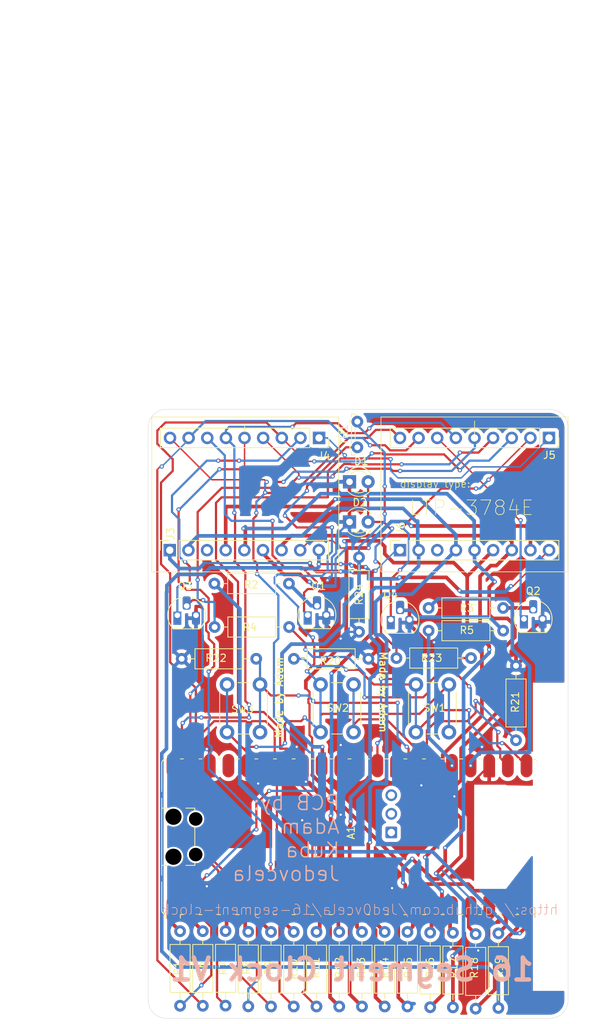
<source format=kicad_pcb>
(kicad_pcb (version 20241229) (generator "pcbnew") (generator_version "9.0")
  (layers (0 "F.Cu" signal) (2 "B.Cu" signal) (13 "F.Paste" user) (15 "B.Paste" user) (5 "F.SilkS" user "F.Silkscreen") (7 "B.SilkS" user "B.Silkscreen") (1 "F.Mask" user) (3 "B.Mask" user) (25 "Edge.Cuts" user))
  (net 0 "")
  (net 1 "Net-(A1-GPIO0)")
  (net 2 "Net-(A1-GPIO2)")
  (net 3 "GND")
  (net 4 "Net-(A1-GPIO10)")
  (net 5 "Net-(A1-GPIO13)")
  (net 6 "cathode 2-control")
  (net 7 "Net-(A1-GPIO11)")
  (net 8 "Net-(A1-GPIO21)")
  (net 9 "Net-(A1-GPIO1)")
  (net 10 "+3.3V")
  (net 12 "Net-(A1-GPIO9)")
  (net 13 "temp1")
  (net 15 "Net-(A1-GPIO20)")
  (net 16 "Net-(A1-GPIO5)")
  (net 17 "Net-(A1-GPIO3)")
  (net 19 "Net-(A1-GPIO6)")
  (net 20 "Net-(A1-GPIO7)")
  (net 21 "cathode 1-control")
  (net 22 "Net-(A1-GPIO4)")
  (net 23 "Net-(A1-GPIO16)")
  (net 25 "Net-(A1-GPIO8)")
  (net 26 "Net-(A1-GPIO12)")
  (net 27 "cathode 3-control")
  (net 29 "cathode 4-control")
  (net 30 "Net-(A1-GPIO14)")
  (net 33 "D")
  (net 34 "E")
  (net 35 "J")
  (net 37 "K")
  (net 38 "L")
  (net 39 "M")
  (net 40 "DP")
  (net 41 "C")
  (net 42 "F")
  (net 43 "B ")
  (net 44 "P")
  (net 45 "A")
  (net 46 "cathode 1")
  (net 47 "H")
  (net 48 "G")
  (net 49 "cathode 2")
  (net 50 "N")
  (net 51 "cathode 3")
  (net 52 "cathode 4")
  (net 54 "Net-(Q1-B)")
  (net 55 "Net-(Q2-B)")
  (net 56 "Net-(Q3-B)")
  (net 57 "Net-(Q4-B)")
  (net 58 "Net-(A1-GPIO22)")
  (net 59 "Net-(D1-A)")
  (footprint "Resistor_THT:R_Axial_DIN0207_L6.3mm_D2.5mm_P10.16mm_Horizontal" (layer "F.Cu") (at 192.1 131.78 90)
    (property "Reference" "R1")
    (property "Value" "560")
  )
  (footprint "Resistor_THT:R_Axial_DIN0207_L6.3mm_D2.5mm_P10.16mm_Horizontal" (layer "F.Cu") (at 225.99 80.67)
    (property "Reference" "R5")
    (property "Value" "2k7")
  )
  (footprint "Connector_PinSocket_2.54mm:PinSocket_1x09_P2.54mm_Vertical" (layer "F.Cu") (at 190.7 69.7 90)
    (property "Reference" "J3")
    (property "Value" "Conn_01x09_Pin")
  )
  (footprint "Button_Switch_THT:SW_PUSH_6mm_H4.3mm" (layer "F.Cu") (at 211.25 94.5 90)
    (property "Reference" "SW2")
    (property "Value" "SW_MEC_5G")
  )
  (footprint "Resistor_THT:R_Axial_DIN0207_L6.3mm_D2.5mm_P10.16mm_Horizontal" (layer "F.Cu") (at 216.9 131.88 90)
    (property "Reference" "R13")
    (property "Value" "560")
  )
  (footprint "Resistor_THT:R_Axial_DIN0207_L6.3mm_D2.5mm_P10.16mm_Horizontal" (layer "F.Cu") (at 207.6 131.88 90)
    (property "Reference" "R10")
    (property "Value" "560")
  )
  (footprint "LED_THT:LED_D3.0mm" (layer "F.Cu") (at 215.2 65.85)
    (property "Reference" "D2")
    (property "Value" "LED")
  )
  (footprint "Resistor_THT:R_Axial_DIN0207_L6.3mm_D2.5mm_P10.16mm_Horizontal" (layer "F.Cu") (at 204.5 131.88 90)
    (property "Reference" "R9")
    (property "Value" "560")
  )
  (footprint "Resistor_THT:R_Axial_DIN0207_L6.3mm_D2.5mm_P10.16mm_Horizontal" (layer "F.Cu") (at 210.7 131.88 90)
    (property "Reference" "R11")
    (property "Value" "560")
  )
  (footprint "Package_TO_SOT_THT:TO-92L_HandSolder" (layer "F.Cu") (at 238.98 79.07)
    (property "Reference" "Q2")
    (property "Value" "BC548")
  )
  (footprint "LED_THT:LED_D3.0mm" (layer "F.Cu") (at 215.2 60.38)
    (property "Reference" "D1")
    (property "Value" "LED")
  )
  (footprint "Connector_PinSocket_2.54mm:PinSocket_1x09_P2.54mm_Vertical" (layer "F.Cu") (at 222.09 69.7 90)
    (property "Reference" "J6")
    (property "Value" "Conn_01x09_Pin")
  )
  (footprint "Resistor_THT:R_Axial_DIN0207_L6.3mm_D2.5mm_P10.16mm_Horizontal" (layer "F.Cu") (at 225.99 77.57)
    (property "Reference" "R3")
    (property "Value" "2k7")
  )
  (footprint "Resistor_THT:R_Axial_DIN0207_L6.3mm_D2.5mm_P10.16mm_Horizontal" (layer "F.Cu") (at 216.5 80.83 90)
    (property "Reference" "R24")
    (property "Value" "10k")
  )
  (footprint "Package_TO_SOT_THT:TO-92L_HandSolder" (layer "F.Cu") (at 191.73 78.57)
    (property "Reference" "Q3")
    (property "Value" "BC548")
  )
  (footprint "Button_Switch_THT:SW_PUSH_6mm_H4.3mm" (layer "F.Cu") (at 228.75 88 -90)
    (property "Reference" "SW1")
    (property "Value" "SW_MEC_5G")
  )
  (footprint "Resistor_THT:R_Axial_DIN0207_L6.3mm_D2.5mm_P10.16mm_Horizontal" (layer "F.Cu") (at 223.1 131.88 90)
    (property "Reference" "R15")
    (property "Value" "560")
  )
  (footprint "Resistor_THT:R_Axial_DIN0207_L6.3mm_D2.5mm_P10.16mm_Horizontal" (layer "F.Cu") (at 201.4 131.86 90)
    (property "Reference" "R8")
    (property "Value" "560")
  )
  (footprint "Module:RaspberryPi_Pico_W_SMD_HandSolder" (layer "F.Cu") (at 215.2 108.75 90)
    (property "Reference" "A1")
    (property "Value" "RaspberryPi_Pico_W")
  )
  (footprint "Resistor_THT:R_Axial_DIN0207_L6.3mm_D2.5mm_P10.16mm_Horizontal" (layer "F.Cu") (at 229.3 132 90)
    (property "Reference" "R17")
    (property "Value" "560")
  )
  (footprint "Resistor_THT:R_Axial_DIN0207_L6.3mm_D2.5mm_P10.16mm_Horizontal" (layer "F.Cu") (at 220 131.88 90)
    (property "Reference" "R14")
    (property "Value" "560")
  )
  (footprint "OptoDevice:R_LDR_5.2x5.2mm_P3.5mm_Horizontal" (layer "F.Cu") (at 216.27 55.68 90)
    (property "Reference" "TH1")
    (property "Value" "Thermistor_NTC 10k")
  )
  (footprint "Package_TO_SOT_THT:TO-92L_HandSolder" (layer "F.Cu") (at 220.83 79.17)
    (property "Reference" "Q4")
    (property "Value" "BC548")
  )
  (footprint "Resistor_THT:R_Axial_DIN0207_L6.3mm_D2.5mm_P10.16mm_Horizontal" (layer "F.Cu") (at 195.2 131.78 90)
    (property "Reference" "R6")
    (property "Value" "560")
  )
  (footprint "Resistor_THT:R_Axial_DIN0207_L6.3mm_D2.5mm_P10.16mm_Horizontal" (layer "F.Cu") (at 226.2 131.98 90)
    (property "Reference" "R16")
    (property "Value" "560")
  )
  (footprint "Resistor_THT:R_Axial_DIN0207_L6.3mm_D2.5mm_P10.16mm_Horizontal" (layer "F.Cu") (at 217.78 84.5 180)
    (property "Reference" "R20")
    (property "Value" "2k7")
  )
  (footprint "Resistor_THT:R_Axial_DIN0207_L6.3mm_D2.5mm_P10.16mm_Horizontal" (layer "F.Cu") (at 196.78 74.25)
    (property "Reference" "R2")
    (property "Value" "2k7")
  )
  (footprint "Resistor_THT:R_Axial_DIN0207_L6.3mm_D2.5mm_P10.16mm_Horizontal" (layer "F.Cu") (at 237.9 85.44 -90)
    (property "Reference" "R21")
    (property "Value" "2k7")
  )
  (footprint "Resistor_THT:R_Axial_DIN0207_L6.3mm_D2.5mm_P10.16mm_Horizontal" (layer "F.Cu") (at 235.5 132.08 90)
    (property "Reference" "R19")
    (property "Value" "560")
  )
  (footprint "Resistor_THT:R_Axial_DIN0207_L6.3mm_D2.5mm_P10.16mm_Horizontal" (layer "F.Cu") (at 213.8 131.88 90)
    (property "Reference" "R12")
    (property "Value" "560")
  )
  (footprint "Package_TO_SOT_THT:TO-92L_HandSolder" (layer "F.Cu") (at 209.5 78.54)
    (property "Reference" "Q1")
    (property "Value" "BC548")
  )
  (footprint "Resistor_THT:R_Axial_DIN0207_L6.3mm_D2.5mm_P10.16mm_Horizontal" (layer "F.Cu") (at 206.97 80.17 180)
    (property "Reference" "R4")
    (property "Value" "2k7")
  )
  (footprint "Connector_PinSocket_2.54mm:PinSocket_1x09_P2.54mm_Vertical" (layer "F.Cu") (at 211.05 54.4 -90)
    (property "Reference" "J4")
    (property "Value" "Conn_01x09_Pin")
  )
  (footprint "Resistor_THT:R_Axial_DIN0207_L6.3mm_D2.5mm_P10.16mm_Horizontal" (layer "F.Cu") (at 198.3 131.76 90)
    (property "Reference" "R7")
    (property "Value" "560")
  )
  (footprint "Resistor_THT:R_Axial_DIN0207_L6.3mm_D2.5mm_P10.16mm_Horizontal" (layer "F.Cu") (at 221.6 84.4)
    (property "Reference" "R23")
    (property "Value" "560")
  )
  (footprint "Resistor_THT:R_Axial_DIN0207_L6.3mm_D2.5mm_P10.16mm_Horizontal" (layer "F.Cu") (at 232.4 132.18 90)
    (property "Reference" "R18")
    (property "Value" "560")
  )
  (footprint "Button_Switch_THT:SW_PUSH_6mm_H4.3mm" (layer "F.Cu") (at 198.5 94.5 90)
    (property "Reference" "SW3")
    (property "Value" "SW_MEC_5G")
  )
  (footprint "Resistor_THT:R_Axial_DIN0207_L6.3mm_D2.5mm_P10.16mm_Horizontal" (layer "F.Cu") (at 192.32 84.5)
    (property "Reference" "R22")
    (property "Value" "2k7")
  )
  (footprint "Connector_PinSocket_2.54mm:PinSocket_1x09_P2.54mm_Vertical" (layer "F.Cu") (at 242.4 54.4 -90)
    (property "Reference" "J5")
    (property "Value" "Conn_01x09_Pin")
  )
  (gr_line (start 200.9 53.4) (end 200.9 52.5) (stroke (width 0.1)) (layer "F.SilkS"))
  (gr_rect (start 188.24 51.55) (end 213.74 72.65) (stroke (width 0.1)) (fill no) (layer "F.SilkS"))
  (gr_rect (start 219.49 51.55) (end 244.99 72.65) (stroke (width 0.1)) (fill no) (layer "F.SilkS"))
  (gr_line (start 232.25 53.9) (end 232.25 52.1) (stroke (width 0.1)) (layer "F.SilkS"))
  (gr_arc (start 242.5 50.5) (mid 244.267767 51.232233) (end 245 53) (stroke (width 0.05)) (layer "Edge.Cuts"))
  (gr_arc (start 245 131) (mid 244.267767 132.767767) (end 242.5 133.5) (stroke (width 0.05)) (layer "Edge.Cuts"))
  (gr_line (start 245 53) (end 245 131) (stroke (width 0.05)) (layer "Edge.Cuts"))
  (gr_arc (start 187.75 53) (mid 188.482233 51.232233) (end 190.25 50.5) (stroke (width 0.05)) (layer "Edge.Cuts"))
  (gr_line (start 242.5 133.5) (end 190.25 133.5) (stroke (width 0.05)) (layer "Edge.Cuts"))
  (gr_line (start 242.5 50.5) (end 190.25 50.5) (stroke (width 0.05)) (layer "Edge.Cuts"))
  (gr_line (start 187.75 131) (end 187.75 53) (stroke (width 0.05)) (layer "Edge.Cuts"))
  (gr_arc (start 190.25 133.5) (mid 188.482233 132.767767) (end 187.75 131) (stroke (width 0.05)) (layer "Edge.Cuts"))
  (gr_text "LTP-3784E" (at 223.25 65.1 0) (layer "F.SilkS") (effects (font (size 2 2) (thickness 0.1)) (justify left bottom)))
  (gr_text "Made by Adam" (at 219.2 83.4 270) (layer "F.SilkS") (effects (font (size 1 1) (thickness 0.2) (bold yes)) (justify left bottom)))
  (gr_text "Made by Adam" (at 206.2 95.4 90) (layer "F.SilkS") (effects (font (size 1 1) (thickness 0.2) (bold yes)) (justify left bottom)))
  (gr_text "display type:" (at 222 61.25 0) (layer "F.SilkS") (effects (font (size 1 1) (thickness 0.1)) (justify left bottom)))
  (gr_text "https://github.com/Jed0vcela/16-segment-clock" (at 243.75 119.5 0) (layer "B.SilkS") (effects (font (size 1.4 1.4) (thickness 0.1)) (justify left bottom mirror)))
  (gr_text "16 Segment Clock V1" (at 240.65 128.6 0) (layer "B.SilkS") (effects (font (size 3 3) (thickness 0.6) (bold yes)) (justify left bottom mirror)))
  (gr_text "PCB by:\nAdam\nKuba\nJedovcela" (at 214 114.95 0) (layer "B.SilkS") (effects (font (size 2 2) (thickness 0.2)) (justify left bottom mirror)))
  (segment (start 190.82 120.34) (end 192.1 121.62) (width 0.5) (layer "F.Cu") (net 1))
  (segment (start 190.82 118.44) (end 190.82 120.34) (width 0.5) (layer "F.Cu") (net 1))
  (segment (start 198.44 118.44) (end 198.44 121.46) (width 0.5) (layer "F.Cu") (net 2))
  (segment (start 198.44 121.46) (end 198.3 121.6) (width 0.5) (layer "F.Cu") (net 2))
  (segment (start 230.06 103.25) (end 234.25 99.06) (width 0.3) (layer "F.Cu") (net 3))
  (segment (start 234.25 99.030818) (end 234.25 99.06) (width 0.5) (layer "F.Cu") (net 3))
  (segment (start 221.55 99.06) (end 222.5 100.01) (width 0.3) (layer "F.Cu") (net 3))
  (segment (start 208.85 100.6) (end 214 105.75) (width 0.3) (layer "F.Cu") (net 3))
  (segment (start 223.37 79.819182) (end 223.37 79.17) (width 0.5) (layer "F.Cu") (net 3))
  (segment (start 208.85 99.06) (end 208.85 100.6) (width 0.3) (layer "F.Cu") (net 3))
  (segment (start 221.55 118.44) (end 221.55 116.3) (width 0.3) (layer "F.Cu") (net 3))
  (segment (start 229 123.8) (end 232.3 123.8) (width 0.3) (layer "F.Cu") (net 3))
  (segment (start 208.85 99.06) (end 208.85 97.35) (width 0.3) (layer "F.Cu") (net 3))
  (segment (start 212.04 73.96) (end 212.2 73.8) (width 0.3) (layer "F.Cu") (net 3))
  (segment (start 196.15 118.44) (end 196.15 115.9) (width 0.3) (layer "F.Cu") (net 3))
  (segment (start 223.4 79.2) (end 223.37 79.17) (width 0.3) (layer "F.Cu") (net 3))
  (segment (start 221.55 116.3) (end 221 115.75) (width 0.3) (layer "F.Cu") (net 3))
  (segment (start 208.85 100.85) (end 209.25 101.25) (width 0.3) (layer "F.Cu") (net 3))
  (segment (start 234.25 97.5) (end 233.25 96.5) (width 0.5) (layer "F.Cu") (net 3))
  (segment (start 237.9 85.44) (end 237.9 82.69) (width 0.5) (layer "F.Cu") (net 3))
  (segment (start 214 81.75) (end 212.04 79.79) (width 0.3) (layer "F.Cu") (net 3))
  (segment (start 237.9 82.69) (end 241.52 79.07) (width 0.5) (layer "F.Cu") (net 3))
  (segment (start 212.04 78.54) (end 212.04 73.96) (width 0.3) (layer "F.Cu") (net 3))
  (segment (start 222.75 101.75) (end 225 101.75) (width 0.3) (layer "F.Cu") (net 3))
  (segment (start 234.25 122.75) (end 232.75 124.25) (width 0.3) (layer "F.Cu") (net 3))
  (segment (start 226.74 82.25) (end 225.800818 82.25) (width 0.5) (layer "F.Cu") (net 3))
  (segment (start 222.5 101.5) (end 222.75 101.75) (width 0.3) (layer "F.Cu") (net 3))
  (segment (start 222.5 100.01) (end 222.5 101.5) (width 0.3) (layer "F.Cu") (net 3))
  (segment (start 208.85 97.35) (end 208 96.5) (width 0.3) (layer "F.Cu") (net 3))
  (segment (start 234.25 118.44) (end 234.25 122.75) (width 0.3) (layer "F.Cu") (net 3))
  (segment (start 223.4 85) (end 223.4 79.2) (width 0.3) (layer "F.Cu") (net 3))
  (segment (start 217.78 84.5) (end 219.68 86.4) (width 0.3) (layer "F.Cu") (net 3))
  (segment (start 196.15 99.06) (end 196.15 97.201) (width 0.3) (layer "F.Cu") (net 3))
  (segment (start 225.800818 82.25) (end 223.37 79.819182) (width 0.5) (layer "F.Cu") (net 3))
  (segment (start 229.5 103.25) (end 230.06 103.25) (width 0.3) (layer "F.Cu") (net 3))
  (segment (start 196 115.75) (end 195.75 115.5) (width 0.3) (layer "F.Cu") (net 3))
  (segment (start 219.68 86.4) (end 222 86.4) (width 0.3) (layer "F.Cu") (net 3))
  (segment (start 208.85 99.06) (end 208.85 100.85) (width 0.3) (layer "F.Cu") (net 3))
  (segment (start 234.25 99.06) (end 234.25 97.5) (width 0.5) (layer "F.Cu") (net 3))
  (segment (start 196.15 97.201) (end 195.75 96.801) (width 0.3) (layer "F.Cu") (net 3))
  (segment (start 208.85 106.6) (end 208.75 106.5) (width 0.3) (layer "F.Cu") (net 3))
  (segment (start 212.04 79.79) (end 212.04 78.54) (width 0.3) (layer "F.Cu") (net 3))
  (segment (start 222 86.4) (end 223.4 85) (width 0.3) (layer "F.Cu") (net 3))
  (segment (start 208.85 118.44) (end 208.85 106.6) (width 0.3) (layer "F.Cu") (net 3))
  (segment (start 196.15 115.9) (end 196 115.75) (width 0.3) (layer "F.Cu") (net 3))
  (segment (start 232.3 123.8) (end 232.75 124.25) (width 0.3) (layer "F.Cu") (net 3))
  (via (at 195.75 96.801) (size 0.6) (drill 0.3) (layers "F.Cu" "B.Cu") (net 3))
  (via (at 202.75 101.5) (size 0.6) (drill 0.3) (layers "F.Cu" "B.Cu") (net 3))
  (via (at 195.75 115.5) (size 0.6) (drill 0.3) (layers "F.Cu" "B.Cu") (net 3))
  (via (at 208 96.5) (size 0.6) (drill 0.3) (layers "F.Cu" "B.Cu") (net 3))
  (via (at 232.75 124.25) (size 0.6) (drill 0.3) (layers "F.Cu" "B.Cu") (net 3))
  (via (at 233.25 96.5) (size 0.6) (drill 0.3) (layers "F.Cu" "B.Cu") (net 3))
  (via (at 214 81.75) (size 0.6) (drill 0.3) (layers "F.Cu" "B.Cu") (net 3))
  (via (at 209.25 101.25) (size 0.6) (drill 0.3) (layers "F.Cu" "B.Cu") (net 3))
  (via (at 226.74 82.25) (size 0.6) (drill 0.3) (layers "F.Cu" "B.Cu") (net 3))
  (via (at 229.5 103.25) (size 0.6) (drill 0.3) (layers "F.Cu" "B.Cu") (net 3))
  (via (at 229 123.8) (size 0.6) (drill 0.3) (layers "F.Cu" "B.Cu") (net 3))
  (via (at 214 105.75) (size 0.6) (drill 0.3) (layers "F.Cu" "B.Cu") (net 3))
  (via (at 212.2 73.8) (size 0.6) (drill 0.3) (layers "F.Cu" "B.Cu") (net 3))
  (via (at 208.75 106.5) (size 0.6) (drill 0.3) (layers "F.Cu" "B.Cu") (net 3))
  (via (at 225 101.75) (size 0.6) (drill 0.3) (layers "F.Cu" "B.Cu") (net 3))
  (via (at 221 115.75) (size 0.6) (drill 0.3) (layers "F.Cu" "B.Cu") (net 3))
  (via (at 214 96.25) (size 0.6) (drill 0.3) (layers "F.Cu" "B.Cu") (net 3))
  (segment (start 236.25 86) (end 239 86) (width 0.5) (layer "B.Cu") (net 3))
  (segment (start 226.5 103.25) (end 229.5 103.25) (width 0.3) (layer "B.Cu") (net 3))
  (segment (start 237.9 85.44) (end 237.689 85.651) (width 0.5) (layer "B.Cu") (net 3))
  (segment (start 237.9 85.44) (end 237.34 86) (width 0.5) (layer "B.Cu") (net 3))
  (segment (start 212.2 73.8) (end 212.799 73.201) (width 0.3) (layer "B.Cu") (net 3))
  (segment (start 228 121.99224) (end 228 123.8) (width 0.3) (layer "B.Cu") (net 3))
  (segment (start 212.799 70.692479) (end 213.4 70.09148) (width 0.3) (layer "B.Cu") (net 3))
  (segment (start 221 115.75) (end 221.75776 115.75) (width 0.3) (layer "B.Cu") (net 3))
  (segment (start 221.75776 115.75) (end 228 121.99224) (width 0.3) (layer "B.Cu") (net 3))
  (segment (start 239 86) (end 239.049 85.951) (width 0.5) (layer "B.Cu") (net 3))
  (segment (start 213.4 70.09148) (end 213.4 67.65) (width 0.3) (layer "B.Cu") (net 3))
  (segment (start 237.9 85.44) (end 234.71 82.25) (width 0.5) (layer "B.Cu") (net 3))
  (segment (start 214.92 80.83) (end 214 81.75) (width 0.3) (layer "B.Cu") (net 3))
  (segment (start 213.4 67.65) (end 215.2 65.85) (width 0.3) (layer "B.Cu") (net 3))
  (segment (start 234.71 82.25) (end 226.691 82.25) (width 0.5) (layer "B.Cu") (net 3))
  (segment (start 236 86) (end 236.25 86) (width 0.5) (layer "B.Cu") (net 3))
  (segment (start 209.25 101.25) (end 203 101.25) (width 0.3) (layer "B.Cu") (net 3))
  (segment (start 203 101.25) (end 202.75 101.5) (width 0.3) (layer "B.Cu") (net 3))
  (segment (start 212.799 73.201) (end 212.799 70.692479) (width 0.3) (layer "B.Cu") (net 3))
  (segment (start 237.34 86) (end 236 86) (width 0.5) (layer "B.Cu") (net 3))
  (segment (start 226.691 82.25) (end 226.74 82.25) (width 0.5) (layer "B.Cu") (net 3))
  (segment (start 216.5 80.83) (end 214.92 80.83) (width 0.3) (layer "B.Cu") (net 3))
  (segment (start 237.9 85.44) (end 237.59 85.75) (width 0.5) (layer "B.Cu") (net 3))
  (segment (start 228 123.8) (end 229 123.8) (width 0.3) (layer "B.Cu") (net 3))
  (segment (start 214 105.75) (end 214 96.25) (width 0.3) (layer "B.Cu") (net 3))
  (segment (start 225 101.75) (end 226.5 103.25) (width 0.3) (layer "B.Cu") (net 3))
  (segment (start 223.84 120.98) (end 223.1 121.72) (width 0.5) (layer "F.Cu") (net 4))
  (segment (start 223.84 118.44) (end 223.84 120.98) (width 0.5) (layer "F.Cu") (net 4))
  (segment (start 231.46 118.44) (end 232.3 119.28) (width 0.5) (layer "F.Cu") (net 5))
  (segment (start 232.3 119.28) (end 232.3 119.3) (width 0.5) (layer "F.Cu") (net 5))
  (segment (start 231.46 118.44) (end 231.46 121.08) (width 0.5) (layer "F.Cu") (net 5))
  (segment (start 231.46 121.08) (end 232.4 122.02) (width 0.5) (layer "F.Cu") (net 5))
  (segment (start 209.2 82.4) (end 206.97 80.17) (width 0.3) (layer "F.Cu") (net 6))
  (segment (start 235.75 98.02) (end 236.79 99.06) (width 0.3) (layer "F.Cu") (net 6))
  (segment (start 235.349 94.651) (end 235.349 96.349) (width 0.3) (layer "F.Cu") (net 6))
  (segment (start 229.45 86.2) (end 227.6 86.2) (width 0.3) (layer "F.Cu") (net 6))
  (segment (start 209.2 83.25) (end 209.2 82.4) (width 0.3) (layer "F.Cu") (net 6))
  (segment (start 231.5 88.25) (end 229.45 86.2) (width 0.3) (layer "F.Cu") (net 6))
  (segment (start 235.5 94.5) (end 235.349 94.651) (width 0.3) (layer "F.Cu") (net 6))
  (segment (start 225.25 89.75) (end 217.25 89.75) (width 0.3) (layer "F.Cu") (net 6))
  (segment (start 235.349 96.349) (end 235.75 96.75) (width 0.3) (layer "F.Cu") (net 6))
  (segment (start 227.6 86.2) (end 226 87.8) (width 0.3) (layer "F.Cu") (net 6))
  (segment (start 235.75 96.75) (end 235.75 98.02) (width 0.3) (layer "F.Cu") (net 6))
  (segment (start 226 89) (end 225.25 89.75) (width 0.3) (layer "F.Cu") (net 6))
  (segment (start 226 87.8) (end 226 89) (width 0.3) (layer "F.Cu") (net 6))
  (via (at 235.5 94.5) (size 0.6) (drill 0.3) (layers "F.Cu" "B.Cu") (net 6))
  (via (at 217.25 89.75) (size 0.6) (drill 0.3) (layers "F.Cu" "B.Cu") (net 6))
  (via (at 209.2 83.25) (size 0.6) (drill 0.3) (layers "F.Cu" "B.Cu") (net 6))
  (via (at 231.5 88.25) (size 0.6) (drill 0.3) (layers "F.Cu" "B.Cu") (net 6))
  (segment (start 231.75 88.5) (end 231.75 90.75) (width 0.3) (layer "B.Cu") (net 6))
  (segment (start 231.75 90.75) (end 235.5 94.5) (width 0.3) (layer "B.Cu") (net 6))
  (segment (start 215 84.25) (end 217.25 86.5) (width 0.3) (layer "B.Cu") (net 6))
  (segment (start 209.2 83.25) (end 210.2 84.25) (width 0.3) (layer "B.Cu") (net 6))
  (segment (start 217.25 86.5) (end 217.25 89.75) (width 0.3) (layer "B.Cu") (net 6))
  (segment (start 210.2 84.25) (end 215 84.25) (width 0.3) (layer "B.Cu") (net 6))
  (segment (start 231.5 88.25) (end 231.75 88.5) (width 0.3) (layer "B.Cu") (net 6))
  (segment (start 226.38 118.44) (end 226.38 121.64) (width 0.5) (layer "F.Cu") (net 7))
  (segment (start 226.38 121.64) (end 226.2 121.82) (width 0.5) (layer "F.Cu") (net 7))
  (segment (start 223.25 96.75) (end 223.25 98.22) (width 0.3) (layer "F.Cu") (net 8))
  (segment (start 223 96.5) (end 223.25 96.75) (width 0.3) (layer "F.Cu") (net 8))
  (segment (start 223.25 98.22) (end 224.09 99.06) (width 0.3) (layer "F.Cu") (net 8))
  (segment (start 210.5 90.5) (end 221.75 90.5) (width 0.3) (layer "F.Cu") (net 8))
  (segment (start 204.5 89.5) (end 203 88) (width 0.3) (layer "F.Cu") (net 8))
  (segment (start 210.25 90.25) (end 210.5 90.5) (width 0.3) (layer "F.Cu") (net 8))
  (segment (start 208.25 89.5) (end 204.5 89.5) (width 0.3) (layer "F.Cu") (net 8))
  (via (at 223 96.5) (size 0.6) (drill 0.3) (layers "F.Cu" "B.Cu") (net 8))
  (via (at 210.25 90.25) (size 0.6) (drill 0.3) (layers "F.Cu" "B.Cu") (net 8))
  (via (at 208.25 89.5) (size 0.6) (drill 0.3) (layers "F.Cu" "B.Cu") (net 8))
  (via (at 221.75 90.5) (size 0.6) (drill 0.3) (layers "F.Cu" "B.Cu") (net 8))
  (segment (start 221.75 95.25) (end 223 96.5) (width 0.3) (layer "B.Cu") (net 8))
  (segment (start 203 94.5) (end 203 88) (width 0.3) (layer "B.Cu") (net 8))
  (segment (start 208.25 89.5) (end 209.5 89.5) (width 0.3) (layer "B.Cu") (net 8))
  (segment (start 221.75 90.5) (end 221.75 95.25) (width 0.3) (layer "B.Cu") (net 8))
  (segment (start 203 85.02) (end 202.48 84.5) (width 0.3) (layer "B.Cu") (net 8))
  (segment (start 209.5 89.5) (end 210.25 90.25) (width 0.3) (layer "B.Cu") (net 8))
  (segment (start 203 88) (end 203 85.02) (width 0.3) (layer "B.Cu") (net 8))
  (segment (start 193.36 119.78) (end 195.2 121.62) (width 0.5) (layer "F.Cu") (net 9))
  (segment (start 193.36 118.44) (end 193.36 119.78) (width 0.5) (layer "F.Cu") (net 9))
  (segment (start 206.4 93.35) (end 206.4 96) (width 0.3) (layer "F.Cu") (net 10))
  (segment (start 211.25 94.5) (end 211.25 92.25) (width 0.3) (layer "F.Cu") (net 10))
  (segment (start 201.23 99.06) (end 201.23 97.23) (width 0.3) (layer "F.Cu") (net 10))
  (segment (start 214.72 55.68) (end 213.4 57) (width 0.3) (layer "F.Cu") (net 10))
  (segment (start 209.4 61) (end 209.4 61.6) (width 0.3) (layer "F.Cu") (net 10))
  (segment (start 208 66.6) (end 212.8 66.6) (width 0.3) (layer "F.Cu") (net 10))
  (segment (start 200.875 96.875) (end 198.5 94.5) (width 0.3) (layer "F.Cu") (net 10))
  (segment (start 210.4 82.4) (end 210.4 84.4) (width 0.3) (layer "F.Cu") (net 10))
  (segment (start 201.23 97.23) (end 200.875 96.875) (width 0.3) (layer "F.Cu") (net 10))
  (segment (start 210.4 84.4) (end 210.4 85.2) (width 0.3) (layer "F.Cu") (net 10))
  (segment (start 201.25 96.5) (end 202.5 96.5) (width 0.3) (layer "F.Cu") (net 10))
  (segment (start 206.4 65) (end 208 66.6) (width 0.3) (layer "F.Cu") (net 10))
  (segment (start 211.25 92.25) (end 211.5 92) (width 0.3) (layer "F.Cu") (net 10))
  (segment (start 210.2 81.6) (end 210.2 82.2) (width 0.3) (layer "F.Cu") (net 10))
  (segment (start 208.6 93) (end 206.75 93) (width 0.3) (layer "F.Cu") (net 10))
  (segment (start 224.75 92) (end 228.75 88) (width 0.3) (layer "F.Cu") (net 10))
  (segment (start 211.5 92) (end 224.75 92) (width 0.3) (layer "F.Cu") (net 10))
  (segment (start 216.27 55.68) (end 214.72 55.68) (width 0.3) (layer "F.Cu") (net 10))
  (segment (start 200.875 96.875) (end 201.25 96.5) (width 0.3) (layer "F.Cu") (net 10))
  (segment (start 209.1 92.5) (end 208.6 93) (width 0.3) (layer "F.Cu") (net 10))
  (segment (start 210.2 82.2) (end 210.4 82.4) (width 0.3) (layer "F.Cu") (net 10))
  (segment (start 213.4 57) (end 209.4 61) (width 0.3) (layer "F.Cu") (net 10))
  (segment (start 206.75 93) (end 206.4 93.35) (width 0.3) (layer "F.Cu") (net 10))
  (segment (start 210.4 85.2) (end 209.4 86.2) (width 0.3) (layer "F.Cu") (net 10))
  (via (at 209.4 61.6) (size 0.6) (drill 0.3) (layers "F.Cu" "B.Cu") (net 10))
  (via (at 209.4 86.2) (size 0.6) (drill 0.3) (layers "F.Cu" "B.Cu") (net 10))
  (via (at 210.2 81.6) (size 0.6) (drill 0.3) (layers "F.Cu" "B.Cu") (net 10))
  (via (at 212.8 66.6) (size 0.6) (drill 0.3) (layers "F.Cu" "B.Cu") (net 10))
  (via (at 209.1 92.5) (size 0.6) (drill 0.3) (layers "F.Cu" "B.Cu") (net 10))
  (via (at 206.4 65) (size 0.6) (drill 0.3) (layers "F.Cu" "B.Cu") (net 10))
  (via (at 206.4 96) (size 0.6) (drill 0.3) (layers "F.Cu" "B.Cu") (net 10))
  (via (at 202.5 96.5) (size 0.6) (drill 0.3) (layers "F.Cu" "B.Cu") (net 10))
  (segment (start 205.4 73) (end 205 73.4) (width 0.3) (layer "B.Cu") (net 10))
  (segment (start 209.1 92.5) (end 209.5 92.9) (width 0.3) (layer "B.Cu") (net 10))
  (segment (start 208.2 73) (end 205.4 73) (width 0.3) (layer "B.Cu") (net 10))
  (segment (start 209.4 61.6) (end 206.4 64.6) (width 0.3) (layer "B.Cu") (net 10))
  (segment (start 208.4 73.2) (end 208.2 73) (width 0.3) (layer "B.Cu") (net 10))
  (segment (start 198.5 94.5) (end 198.5 88) (width 0.3) (layer "B.Cu") (net 10))
  (segment (start 212.221 70.479) (end 212.221 72.479) (width 0.3) (layer "B.Cu") (net 10))
  (segment (start 209.4 86.2) (end 209.45 86.2) (width 0.3) (layer "B.Cu") (net 10))
  (segment (start 208.2 79.75) (end 210.05 81.6) (width 0.3) (layer "B.Cu") (net 10))
  (segment (start 211.25 94.5) (end 211.25 88) (width 0.3) (layer "B.Cu") (net 10))
  (segment (start 209.5 92.9) (end 209.65 92.9) (width 0.3) (layer "B.Cu") (net 10))
  (segment (start 209.45 86.2) (end 211.25 88) (width 0.3) (layer "B.Cu") (net 10))
  (segment (start 210.05 81.6) (end 210.2 81.6) (width 0.3) (layer "B.Cu") (net 10))
  (segment (start 209.65 92.9) (end 211.25 94.5) (width 0.3) (layer "B.Cu") (net 10))
  (segment (start 211.5 73.2) (end 208.4 73.2) (width 0.3) (layer "B.Cu") (net 10))
  (segment (start 228.75 88) (end 228.75 94.5) (width 0.3) (layer "B.Cu") (net 10))
  (segment (start 206.4 64.6) (end 206.4 65) (width 0.3) (layer "B.Cu") (net 10))
  (segment (start 212.8 66.6) (end 212.8 69.9) (width 0.3) (layer "B.Cu") (net 10))
  (segment (start 205 73.4) (end 205 74.2) (width 0.3) (layer "B.Cu") (net 10))
  (segment (start 208.2 77.4) (end 208.2 79.75) (width 0.3) (layer "B.Cu") (net 10))
  (segment (start 212.221 72.479) (end 211.5 73.2) (width 0.3) (layer "B.Cu") (net 10))
  (segment (start 205 74.2) (end 208.2 77.4) (width 0.3) (layer "B.Cu") (net 10))
  (segment (start 212.8 69.9) (end 212.221 70.479) (width 0.3) (layer "B.Cu") (net 10))
  (segment (start 205.9 96.5) (end 206.4 96) (width 0.3) (layer "B.Cu") (net 10))
  (segment (start 202.5 96.5) (end 205.9 96.5) (width 0.3) (layer "B.Cu") (net 10))
  (segment (start 218.76 120.48) (end 220 121.72) (width 0.5) (layer "F.Cu") (net 12))
  (segment (start 218.76 118.44) (end 218.76 120.48) (width 0.5) (layer "F.Cu") (net 12))
  (segment (start 220 61) (end 220 64.75) (width 0.3) (layer "F.Cu") (net 13))
  (segment (start 211.5 96.5) (end 211.5 98.95) (width 0.5) (layer "F.Cu") (net 13))
  (segment (start 211.5 98.95) (end 211.39 99.06) (width 0.5) (layer "F.Cu") (net 13))
  (via (at 220 64.75) (size 0.6) (drill 0.3) (layers "F.Cu" "B.Cu") (net 13))
  (via (at 220 61) (size 0.6) (drill 0.3) (layers "F.Cu" "B.Cu") (net 13))
  (via (at 211.5 96.5) (size 0.6) (drill 0.3) (layers "F.Cu" "B.Cu") (net 13))
  (segment (start 220 65.75) (end 216.5 69.25) (width 0.3) (layer "B.Cu") (net 13))
  (segment (start 216.27 52.67) (end 216.27 52.18) (width 0.3) (layer "B.Cu") (net 13))
  (segment (start 220 61) (end 220 56.4) (width 0.3) (layer "B.Cu") (net 13))
  (segment (start 211.75 82.5) (end 214.5 79.75) (width 0.5) (layer "B.Cu") (net 13))
  (segment (start 220 64.75) (end 220 65.75) (width 0.3) (layer "B.Cu") (net 13))
  (segment (start 206 83.75) (end 207.25 82.5) (width 0.5) (layer "B.Cu") (net 13))
  (segment (start 214.5 77.1) (end 216.5 75.1) (width 0.5) (layer "B.Cu") (net 13))
  (segment (start 216.5 75.1) (end 216.5 70.67) (width 0.5) (layer "B.Cu") (net 13))
  (segment (start 220 56.4) (end 216.27 52.67) (width 0.3) (layer "B.Cu") (net 13))
  (segment (start 206 92.25) (end 206 83.75) (width 0.5) (layer "B.Cu") (net 13))
  (segment (start 207.25 82.5) (end 211.75 82.5) (width 0.5) (layer "B.Cu") (net 13))
  (segment (start 214.5 79.75) (end 214.5 77.1) (width 0.5) (layer "B.Cu") (net 13))
  (segment (start 210.25 96.5) (end 206 92.25) (width 0.5) (layer "B.Cu") (net 13))
  (segment (start 211.5 96.5) (end 210.25 96.5) (width 0.5) (layer "B.Cu") (net 13))
  (segment (start 216.5 69.25) (end 216.5 70.67) (width 0.3) (layer "B.Cu") (net 13))
  (segment (start 215.75 93.5) (end 216.5 92.75) (width 0.3) (layer "F.Cu") (net 15))
  (segment (start 215.75 94.5) (end 215.75 93.5) (width 0.3) (layer "F.Cu") (net 15))
  (segment (start 225.75 96.5) (end 225.75 94.25) (width 0.3) (layer "F.Cu") (net 15))
  (segment (start 226.75 93.25) (end 227 93) (width 0.3) (layer "F.Cu") (net 15))
  (segment (start 227 93) (end 229.75 93) (width 0.3) (layer "F.Cu") (net 15))
  (segment (start 231.25 93) (end 232 92.25) (width 0.3) (layer "F.Cu") (net 15))
  (segment (start 225.75 96.5) (end 226.63 97.38) (width 0.3) (layer "F.Cu") (net 15))
  (segment (start 229.75 93) (end 231.25 93) (width 0.3) (layer "F.Cu") (net 15))
  (segment (start 232.4 91.85) (end 232.4 90.25) (width 0.3) (layer "F.Cu") (net 15))
  (segment (start 216.5 92.75) (end 220.25 92.75) (width 0.3) (layer "F.Cu") (net 15))
  (segment (start 224 96.5) (end 225.75 96.5) (width 0.3) (layer "F.Cu") (net 15))
  (segment (start 220.25 92.75) (end 224 96.5) (width 0.3) (layer "F.Cu") (net 15))
  (segment (start 226.63 97.38) (end 226.63 99.06) (width 0.3) (layer "F.Cu") (net 15))
  (segment (start 225.75 94.25) (end 226.75 93.25) (width 0.3) (layer "F.Cu") (net 15))
  (segment (start 232 92.25) (end 232.4 91.85) (width 0.3) (layer "F.Cu") (net 15))
  (via (at 232.4 90.25) (size 0.6) (drill 0.3) (layers "F.Cu" "B.Cu") (net 15))
  (segment (start 232.55 90.25) (end 237.9 95.6) (width 0.3) (layer "B.Cu") (net 15))
  (segment (start 215.75 88) (end 215.75 94.5) (width 0.3) (layer "B.Cu") (net 15))
  (segment (start 232.4 90.25) (end 232.55 90.25) (width 0.3) (layer "B.Cu") (net 15))
  (segment (start 206.06 118.44) (end 206.06 120.18) (width 0.5) (layer "F.Cu") (net 16))
  (segment (start 206.06 120.18) (end 207.6 121.72) (width 0.5) (layer "F.Cu") (net 16))
  (segment (start 200.98 118.44) (end 200.98 121.28) (width 0.5) (layer "F.Cu") (net 17))
  (segment (start 200.98 121.28) (end 201.4 121.7) (width 0.5) (layer "F.Cu") (net 17))
  (segment (start 211.14 121.28) (end 210.7 121.72) (width 0.5) (layer "F.Cu") (net 19))
  (segment (start 211.14 118.44) (end 211.14 121.28) (width 0.5) (layer "F.Cu") (net 19))
  (segment (start 213.68 121.6) (end 213.8 121.72) (width 0.5) (layer "F.Cu") (net 20))
  (segment (start 213.68 118.44) (end 213.68 121.6) (width 0.5) (layer "F.Cu") (net 20))
  (segment (start 239.08 121.22) (end 238.4 121.9) (width 0.5) (layer "F.Cu") (net 21))
  (segment (start 239.08 118.44) (end 239.08 121.22) (width 0.5) (layer "F.Cu") (net 21))
  (via (at 238.4 121.9) (size 0.6) (drill 0.3) (layers "F.Cu" "B.Cu") (net 21))
  (segment (start 209.75 110.8) (end 209.5 110.8) (width 0.5) (layer "B.Cu") (net 21))
  (segment (start 200.25 101.3) (end 209.75 110.8) (width 0.5) (layer "B.Cu") (net 21))
  (segment (start 209.5 110.8) (end 200.2 101.5) (width 0.5) (layer "B.Cu") (net 21))
  (segment (start 237.645032 121.9) (end 226.545032 110.8) (width 0.5) (layer "B.Cu") (net 21))
  (segment (start 196.78 74.25) (end 200.25 77.72) (width 0.5) (layer "B.Cu") (net 21))
  (segment (start 200.25 77.72) (end 200.25 101.3) (width 0.5) (layer "B.Cu") (net 21))
  (segment (start 226.545032 110.8) (end 209.75 110.8) (width 0.5) (layer "B.Cu") (net 21))
  (segment (start 238.4 121.9) (end 237.645032 121.9) (width 0.5) (layer "B.Cu") (net 21))
  (segment (start 203.52 120.74) (end 204.5 121.72) (width 0.5) (layer "F.Cu") (net 22))
  (segment (start 203.52 118.44) (end 203.52 120.74) (width 0.5) (layer "F.Cu") (net 22))
  (segment (start 236 96) (end 236.27 96) (width 0.3) (layer "F.Cu") (net 23))
  (segment (start 216.5 86) (end 218.5 88) (width 0.3) (layer "F.Cu") (net 23))
  (segment (start 218.5 88) (end 224.25 88) (width 0.3) (layer "F.Cu") (net 23))
  (segment (start 231.5 91.5) (end 227.25 91.5) (width 0.3) (layer "F.Cu") (net 23))
  (segment (start 227.25 91.5) (end 224.25 94.5) (width 0.3) (layer "F.Cu") (net 23))
  (segment (start 236.27 96) (end 239.33 99.06) (width 0.3) (layer "F.Cu") (net 23))
  (segment (start 214.75 86) (end 216.5 86) (width 0.3) (layer "F.Cu") (net 23))
  (via (at 214.75 86) (size 0.6) (drill 0.3) (layers "F.Cu" "B.Cu") (net 23))
  (via (at 231.5 91.5) (size 0.6) (drill 0.3) (layers "F.Cu" "B.Cu") (net 23))
  (via (at 236 96) (size 0.6) (drill 0.3) (layers "F.Cu" "B.Cu") (net 23))
  (segment (start 234.25 96) (end 236 96) (width 0.3) (layer "B.Cu") (net 23))
  (segment (start 231.5 93.25) (end 234.25 96) (width 0.3) (layer "B.Cu") (net 23))
  (segment (start 210 85.5) (end 214.25 85.5) (width 0.3) (layer "B.Cu") (net 23))
  (segment (start 209 84.5) (end 207.62 84.5) (width 0.3) (layer "B.Cu") (net 23))
  (segment (start 214.25 85.5) (end 214.75 86) (width 0.3) (layer "B.Cu") (net 23))
  (segment (start 231.5 91.5) (end 231.5 93.25) (width 0.3) (layer "B.Cu") (net 23))
  (segment (start 210 85.5) (end 209 84.5) (width 0.3) (layer "B.Cu") (net 23))
  (segment (start 224.25 94.5) (end 224.25 88) (width 0.3) (layer "B.Cu") (net 23))
  (segment (start 216.22 121.04) (end 216.9 121.72) (width 0.5) (layer "F.Cu") (net 25))
  (segment (start 216.22 118.44) (end 216.22 121.04) (width 0.5) (layer "F.Cu") (net 25))
  (segment (start 228.92 118.44) (end 228.92 121.46) (width 0.5) (layer "F.Cu") (net 26))
  (segment (start 228.92 121.46) (end 229.3 121.84) (width 0.5) (layer "F.Cu") (net 26))
  (via (at 231.71 99.06) (size 0.6) (drill 0.3) (layers "F.Cu" "B.Cu") (net 27))
  (segment (start 237.401 77.051818) (end 237.401 83.171818) (width 0.5) (layer "B.Cu") (net 27))
  (segment (start 237.401 83.171818) (end 239.75 85.520818) (width 0.5) (layer "B.Cu") (net 27))
  (segment (start 231.71 98.54) (end 231.71 99.06) (width 0.5) (layer "B.Cu") (net 27))
  (segment (start 233 97.25) (end 231.71 98.54) (width 0.5) (layer "B.Cu") (net 27))
  (segment (start 225.99 77.57) (end 227.241 76.319) (width 0.5) (layer "B.Cu") (net 27))
  (segment (start 239.75 97.25) (end 233 97.25) (width 0.5) (layer "B.Cu") (net 27))
  (segment (start 236.668182 76.319) (end 237.401 77.051818) (width 0.5) (layer "B.Cu") (net 27))
  (segment (start 227.241 76.319) (end 236.668182 76.319) (width 0.5) (layer "B.Cu") (net 27))
  (segment (start 239.75 85.520818) (end 239.75 97.25) (width 0.5) (layer "B.Cu") (net 27))
  (via (at 229.17 99.06) (size 0.6) (drill 0.3) (layers "F.Cu" "B.Cu") (net 29))
  (segment (start 229.25 98.5) (end 229.25 99.14) (width 0.5) (layer "B.Cu") (net 29))
  (segment (start 225.99 95.24) (end 229.25 98.5) (width 0.5) (layer "B.Cu") (net 29))
  (segment (start 229.25 99.14) (end 229.17 99.06) (width 0.5) (layer "B.Cu") (net 29))
  (segment (start 225.99 80.67) (end 225.99 95.24) (width 0.5) (layer "B.Cu") (net 29))
  (segment (start 236.54 118.44) (end 236.54 120.88) (width 0.5) (layer "F.Cu") (net 30))
  (segment (start 236.54 120.88) (end 235.5 121.92) (width 0.5) (layer "F.Cu") (net 30))
  (segment (start 205.94 69.05) (end 207.266 67.724) (width 0.5) (layer "F.Cu") (net 33))
  (segment (start 234.25 83.25) (end 234.25 82.75) (width 0.5) (layer "F.Cu") (net 33))
  (segment (start 235.23 71.8) (end 237.33 69.7) (width 0.5) (layer "F.Cu") (net 33))
  (segment (start 234.45 71.8) (end 235.23 71.8) (width 0.5) (layer "F.Cu") (net 33))
  (segment (start 207.266 67.724) (end 236.524 67.724) (width 0.5) (layer "F.Cu") (net 33))
  (segment (start 228.25 112.5) (end 228.25 110.25) (width 0.5) (layer "F.Cu") (net 33))
  (segment (start 229.3 132) (end 229.3 125.05) (width 0.5) (layer "F.Cu") (net 33))
  (segment (start 233 81.5) (end 233 73.25) (width 0.5) (layer "F.Cu") (net 33))
  (segment (start 236.524 67.724) (end 237.33 68.53) (width 0.5) (layer "F.Cu") (net 33))
  (segment (start 227 113.75) (end 228.25 112.5) (width 0.5) (layer "F.Cu") (net 33))
  (segment (start 233 73.25) (end 234.45 71.8) (width 0.5) (layer "F.Cu") (net 33))
  (segment (start 229.3 125.05) (end 229.25 125) (width 0.5) (layer "F.Cu") (net 33))
  (segment (start 234.25 82.75) (end 233 81.5) (width 0.5) (layer "F.Cu") (net 33))
  (segment (start 237.33 68.53) (end 237.33 69.7) (width 0.5) (layer "F.Cu") (net 33))
  (via (at 234.25 83.25) (size 0.6) (drill 0.3) (layers "F.Cu" "B.Cu") (net 33))
  (via (at 228.25 110.25) (size 0.6) (drill 0.3) (layers "F.Cu" "B.Cu") (net 33))
  (via (at 229.25 125) (size 0.6) (drill 0.3) (layers "F.Cu" "B.Cu") (net 33))
  (via (at 227 113.75) (size 0.6) (drill 0.3) (layers "F.Cu" "B.Cu") (net 33))
  (segment (start 230.75 87.179182) (end 234.25 83.679182) (width 0.5) (layer "B.Cu") (net 33))
  (segment (start 234.25 83.679182) (end 234.25 83.25) (width 0.5) (layer "B.Cu") (net 33))
  (segment (start 230.75 107.75) (end 230.75 87.179182) (width 0.5) (layer "B.Cu") (net 33))
  (segment (start 230.75 117.5) (end 227 113.75) (width 0.5) (layer "B.Cu") (net 33))
  (segment (start 230.75 123.5) (end 230.75 117.5) (width 0.5) (layer "B.Cu") (net 33))
  (segment (start 228.25 110.25) (end 230.75 107.75) (width 0.5) (layer "B.Cu") (net 33))
  (segment (start 229.25 125) (end 230.75 123.5) (width 0.5) (layer "B.Cu") (net 33))
  (segment (start 212.641 119.758182) (end 212.549 119.850182) (width 0.5) (layer "F.Cu") (net 34))
  (segment (start 214 72.6) (end 210.699942 72.6) (width 0.5) (layer "F.Cu") (net 34))
  (segment (start 218.25 81) (end 218.25 72.75) (width 0.5) (layer "F.Cu") (net 34))
  (segment (start 212.641 105.891) (end 212.641 119.758182) (width 0.5) (layer "F.Cu") (net 34))
  (segment (start 212.549 130.629) (end 213.8 131.88) (width 0.5) (layer "F.Cu") (net 34))
  (segment (start 212.75 86.5) (end 218.25 81) (width 0.5) (layer "F.Cu") (net 34))
  (segment (start 218.25 72.75) (end 215.75 72.75) (width 0.5) (layer "F.Cu") (net 34))
  (segment (start 212.549 119.850182) (end 212.549 130.629) (width 0.5) (layer "F.Cu") (net 34))
  (segment (start 218.25 72.75) (end 218.5 72.5) (width 0.5) (layer "F.Cu") (net 34))
  (segment (start 209.8 71.700058) (end 209.8 71.45) (width 0.5) (layer "F.Cu") (net 34))
  (segment (start 210.699942 72.6) (end 209.8 71.700058) (width 0.5) (layer "F.Cu") (net 34))
  (segment (start 218.5 72.5) (end 218.75 72.5) (width 0.5) (layer "F.Cu") (net 34))
  (segment (start 215.75 72.75) (end 215.6 72.6) (width 0.5) (layer "F.Cu") (net 34))
  (via (at 209.8 71.45) (size 0.6) (drill 0.3) (layers "F.Cu" "B.Cu") (net 34))
  (via (at 215.6 72.6) (size 0.6) (drill 0.3) (layers "F.Cu" "B.Cu") (net 34))
  (via (at 212.641 105.891) (size 0.6) (drill 0.3) (layers "F.Cu" "B.Cu") (net 34))
  (via (at 214 72.6) (size 0.6) (drill 0.3) (layers "F.Cu" "B.Cu") (net 34))
  (via (at 218.75 72.5) (size 0.6) (drill 0.3) (layers "F.Cu" "B.Cu") (net 34))
  (via (at 212.75 86.5) (size 0.6) (drill 0.3) (layers "F.Cu" "B.Cu") (net 34))
  (segment (start 212.75 105.782) (end 212.75 86.5) (width 0.5) (layer "B.Cu") (net 34))
  (segment (start 218.75 72.5) (end 218.615 72.5) (width 0.5) (layer "B.Cu") (net 34))
  (segment (start 212.641 105.891) (end 212.75 105.782) (width 0.5) (layer "B.Cu") (net 34))
  (segment (start 190.7 69.05) (end 190.7 70.9) (width 0.5) (layer "B.Cu") (net 34))
  (segment (start 195.45 71.45) (end 209.8 71.45) (width 0.3) (layer "B.Cu") (net 34))
  (segment (start 192 72.2) (end 194.7 72.2) (width 0.5) (layer "B.Cu") (net 34))
  (segment (start 221.55 69.7) (end 218.75 72.5) (width 0.2) (layer "B.Cu") (net 34))
  (segment (start 194.7 72.2) (end 195.45 71.45) (width 0.5) (layer "B.Cu") (net 34))
  (segment (start 222.09 69.7) (end 221.55 69.7) (width 0.2) (layer "B.Cu") (net 34))
  (segment (start 215.6 72.6) (end 214 72.6) (width 0.5) (layer "B.Cu") (net 34))
  (segment (start 190.7 70.9) (end 192 72.2) (width 0.5) (layer "B.Cu") (net 34))
  (segment (start 220 69.2) (end 220 70.2) (width 0.5) (layer "F.Cu") (net 35))
  (segment (start 225.5 111.55) (end 227.919 109.131) (width 0.5) (layer "F.Cu") (net 35))
  (segment (start 206.249 72.999) (end 203.4 70.15) (width 0.5) (layer "F.Cu") (net 35))
  (segment (start 214.5 68.425) (end 219.225 68.425) (width 0.5) (layer "F.Cu") (net 35))
  (segment (start 207.458182 72.999) (end 206.249 72.999) (width 0.5) (layer "F.Cu") (net 35))
  (segment (start 231.25 81.312075) (end 231.25 73.4) (width 0.5) (layer "F.Cu") (net 35))
  (segment (start 220 70.2) (end 221.2 71.4) (width 0.5) (layer "F.Cu") (net 35))
  (segment (start 229.41 71.4) (end 231.25 73.24) (width 0.5) (layer "F.Cu") (net 35))
  (segment (start 207.459182 73) (end 207.458182 72.999) (width 0.5) (layer "F.Cu") (net 35))
  (segment (start 227.919 117.239708) (end 227.919 130.261) (width 0.5) (layer "F.Cu") (net 35))
  (segment (start 231.25 73.24) (end 234.79 69.7) (width 0.5) (layer "F.Cu") (net 35))
  (segment (start 208.5 73) (end 207.459182 73) (width 0.5) (layer "F.Cu") (net 35))
  (segment (start 227.8 116.2) (end 227.8 117.120708) (width 0.5) (layer "F.Cu") (net 35))
  (segment (start 219.225 68.425) (end 220 69.2) (width 0.5) (layer "F.Cu") (net 35))
  (segment (start 227.919 97.581) (end 233.25 92.25) (width 0.5) (layer "F.Cu") (net 35))
  (segment (start 231.25 73.4) (end 231.25 73.24) (width 0.5) (layer "F.Cu") (net 35))
  (segment (start 235 69.235) (end 235 69.25) (width 0.5) (layer "F.Cu") (net 35))
  (segment (start 227.919 130.261) (end 226.2 131.98) (width 0.5) (layer "F.Cu") (net 35))
  (segment (start 233.25 83.312075) (end 231.25 81.312075) (width 0.5) (layer "F.Cu") (net 35))
  (segment (start 233.25 92.25) (end 233.25 83.312075) (width 0.5) (layer "F.Cu") (net 35))
  (segment (start 209.5 74) (end 208.5 73) (width 0.5) (layer "F.Cu") (net 35))
  (segment (start 227.919 109.131) (end 227.919 97.581) (width 0.5) (layer "F.Cu") (net 35))
  (segment (start 214.5 68.474) (end 214.5 68.425) (width 0.5) (layer "F.Cu") (net 35))
  (segment (start 227.8 117.120708) (end 227.919 117.239708) (width 0.5) (layer "F.Cu") (net 35))
  (segment (start 209.75 74) (end 209.5 74) (width 0.5) (layer "F.Cu") (net 35))
  (segment (start 221.2 71.4) (end 229.41 71.4) (width 0.5) (layer "F.Cu") (net 35))
  (segment (start 203.4 70.15) (end 203.4 69.7) (width 0.5) (layer "F.Cu") (net 35))
  (via (at 225.5 111.55) (size 0.6) (drill 0.3) (layers "F.Cu" "B.Cu") (net 35))
  (via (at 227.8 116.2) (size 0.6) (drill 0.3) (layers "F.Cu" "B.Cu") (net 35))
  (via (at 214.5 68.474) (size 0.6) (drill 0.3) (layers "F.Cu" "B.Cu") (net 35))
  (via (at 209.75 74) (size 0.6) (drill 0.3) (layers "F.Cu" "B.Cu") (net 35))
  (segment (start 214.8 69.4) (end 213.3 70.9) (width 0.3) (layer "B.Cu") (net 35))
  (segment (start 214.8 68.774) (end 214.8 69.4) (width 0.3) (layer "B.Cu") (net 35))
  (segment (start 213.3 70.9) (end 213.3 74.5) (width 0.3) (layer "B.Cu") (net 35))
  (segment (start 210.35 74.6) (end 213.2 74.6) (width 0.5) (layer "B.Cu") (net 35))
  (segment (start 227.8 116.15) (end 225.75 114.1) (width 0.5) (layer "B.Cu") (net 35))
  (segment (start 225.75 111.8) (end 225.5 111.55) (width 0.5) (layer "B.Cu") (net 35))
  (segment (start 227.8 116.2) (end 227.8 116.15) (width 0.5) (layer "B.Cu") (net 35))
  (segment (start 209.75 74) (end 210.35 74.6) (width 0.5) (layer "B.Cu") (net 35))
  (segment (start 225.75 114.1) (end 225.75 111.8) (width 0.5) (layer "B.Cu") (net 35))
  (segment (start 213.3 74.5) (end 213.2 74.6) (width 0.3) (layer "B.Cu") (net 35))
  (segment (start 214.5 68.474) (end 214.8 68.774) (width 0.3) (layer "B.Cu") (net 35))
  (segment (start 237.75 81.549318) (end 236.25 83.049318) (width 0.5) (layer "F.Cu") (net 37))
  (segment (start 223.1 131.88) (end 221.849 130.629) (width 0.5) (layer "F.Cu") (net 37))
  (segment (start 236.75 79) (end 237.75 80) (width 0.5) (layer "F.Cu") (net 37))
  (segment (start 234.25 74.75) (end 234.25 78.5) (width 0.5) (layer "F.Cu") (net 37))
  (segment (start 230.421 96.704) (end 230.421 101.029) (width 0.5) (layer "F.Cu") (net 37))
  (segment (start 226.501 114.501) (end 223.75 111.75) (width 0.5) (layer "F.Cu") (net 37))
  (segment (start 201 68.91) (end 200.86 69.05) (width 0.5) (layer "F.Cu") (net 37))
  (segment (start 236.25 83.049318) (end 236.25 85.75) (width 0.5) (layer "F.Cu") (net 37))
  (segment (start 222.806 115.306) (end 222.5 115) (width 0.5) (layer "F.Cu") (net 37))
  (segment (start 227.311075 114.501) (end 226.501 114.501) (width 0.5) (layer "F.Cu") (net 37))
  (segment (start 236.25 85.75) (end 235.25 86.75) (width 0.5) (layer "F.Cu") (net 37))
  (segment (start 200.75 66.75) (end 201 67) (width 0.5) (layer "F.Cu") (net 37))
  (segment (start 234.25 78.5) (end 234.75 79) (width 0.5) (layer "F.Cu") (net 37))
  (segment (start 237.75 80) (end 237.75 81.549318) (width 0.5) (layer "F.Cu") (net 37))
  (segment (start 221.849 130.629) (end 221.849 120.717254) (width 0.5) (layer "F.Cu") (net 37))
  (segment (start 235 74) (end 234.25 74.75) (width 0.5) (layer "F.Cu") (net 37))
  (segment (start 201 67) (end 201 68.91) (width 0.5) (layer "F.Cu") (net 37))
  (segment (start 235.25 86.75) (end 235.25 91.875) (width 0.5) (layer "F.Cu") (net 37))
  (segment (start 230.421 101.029) (end 228.75 102.7) (width 0.5) (layer "F.Cu") (net 37))
  (segment (start 222.806 119.760254) (end 222.806 115.306) (width 0.5) (layer "F.Cu") (net 37))
  (segment (start 228.75 102.7) (end 228.75 104.579) (width 0.5) (layer "F.Cu") (net 37))
  (segment (start 235.25 91.875) (end 230.421 96.704) (width 0.5) (layer "F.Cu") (net 37))
  (segment (start 228.75 104.579) (end 230.421 106.25) (width 0.5) (layer "F.Cu") (net 37))
  (segment (start 230.421 106.25) (end 230.421 111.391075) (width 0.5) (layer "F.Cu") (net 37))
  (segment (start 221.849 120.717254) (end 222.806 119.760254) (width 0.5) (layer "F.Cu") (net 37))
  (segment (start 230.421 111.391075) (end 227.311075 114.501) (width 0.5) (layer "F.Cu") (net 37))
  (segment (start 234.75 79) (end 236.75 79) (width 0.5) (layer "F.Cu") (net 37))
  (via (at 235 74) (size 0.6) (drill 0.3) (layers "F.Cu" "B.Cu") (net 37))
  (via (at 223.75 111.75) (size 0.6) (drill 0.3) (layers "F.Cu" "B.Cu") (net 37))
  (via (at 222.5 115) (size 0.6) (drill 0.3) (layers "F.Cu" "B.Cu") (net 37))
  (via (at 200.75 66.75) (size 0.6) (drill 0.3) (layers "F.Cu" "B.Cu") (net 37))
  (segment (start 223.48 131.5) (end 224 131.5) (width 0.5) (layer "B.Cu") (net 37))
  (segment (start 232.2 69.65) (end 232.25 69.7) (width 0.5) (layer "B.Cu") (net 37))
  (segment (start 222.5 113) (end 223.75 111.75) (width 0.5) (layer "B.Cu") (net 37))
  (segment (start 211.25 62) (end 228.5 62) (width 0.5) (layer "B.Cu") (net 37))
  (segment (start 206.5 66.75) (end 211.25 62) (width 0.5) (layer "B.Cu") (net 37))
  (segment (start 200.75 66.75) (end 206.5 66.75) (width 0.5) (layer "B.Cu") (net 37))
  (segment (start 232.25 71.25) (end 235 74) (width 0.5) (layer "B.Cu") (net 37))
  (segment (start 222.5 115) (end 222.5 113) (width 0.5) (layer "B.Cu") (net 37))
  (segment (start 201 66.5) (end 200.75 66.75) (width 0.5) (layer "B.Cu") (net 37))
  (segment (start 232.25 69.7) (end 232.25 71.25) (width 0.5) (layer "B.Cu") (net 37))
  (segment (start 232.2 65.7) (end 232.2 69.65) (width 0.5) (layer "B.Cu") (net 37))
  (segment (start 228.5 62) (end 232.2 65.7) (width 0.5) (layer "B.Cu") (net 37))
  (segment (start 218.749 121.460364) (end 217.759 120.470364) (width 0.5) (layer "F.Cu") (net 38))
  (segment (start 217.759 109.741) (end 218 109.5) (width 0.5) (layer "F.Cu") (net 38))
  (segment (start 213.25 62.75) (end 212.25 63.75) (width 0.5) (layer "F.Cu") (net 38))
  (segment (start 198.32 63.93) (end 198.32 69.05) (width 0.5) (layer "F.Cu") (net 38))
  (segment (start 220 131.88) (end 218.749 130.629) (width 0.5) (layer "F.Cu") (net 38))
  (segment (start 217.759 120.470364) (end 217.759 109.741) (width 0.5) (layer "F.Cu") (net 38))
  (segment (start 218.749 130.629) (end 218.749 121.460364) (width 0.5) (layer "F.Cu") (net 38))
  (segment (start 212.25 63.75) (end 198.5 63.75) (width 0.5) (layer "F.Cu") (net 38))
  (segment (start 198.5 63.75) (end 198.32 63.93) (width 0.5) (layer "F.Cu") (net 38))
  (via (at 218 109.5) (size 0.6) (drill 0.3) (layers "F.Cu" "B.Cu") (net 38))
  (via (at 213.25 62.75) (size 0.6) (drill 0.3) (layers "F.Cu" "B.Cu") (net 38))
  (segment (start 224.85 62.75) (end 229.71 67.61) (width 0.5) (layer "B.Cu") (net 38))
  (segment (start 218.75 81.25) (end 218.75 76.75) (width 0.5) (layer "B.Cu") (net 38))
  (segment (start 219.5 81.25) (end 218.75 81.25) (width 0.5) (layer "B.Cu") (net 38))
  (segment (start 220.25 82) (end 219.5 81.25) (width 0.5) (layer "B.Cu") (net 38))
  (segment (start 218 102) (end 218.5 101.5) (width 0.5) (layer "B.Cu") (net 38))
  (segment (start 218.5 101.5) (end 220.25 101.5) (width 0.5) (layer "B.Cu") (net 38))
  (segment (start 218.75 76.75) (end 219.8 75.7) (width 0.5) (layer "B.Cu") (net 38))
  (segment (start 213.25 62.75) (end 224.85 62.75) (width 0.5) (layer "B.Cu") (net 38))
  (segment (start 218 109.5) (end 218 102) (width 0.5) (layer "B.Cu") (net 38))
  (segment (start 220.25 101.5) (end 220.25 82) (width 0.5) (layer "B.Cu") (net 38))
  (segment (start 219.8 75.7) (end 223.71 75.7) (width 0.5) (layer "B.Cu") (net 38))
  (segment (start 229.71 67.61) (end 229.71 69.7) (width 0.5) (layer "B.Cu") (net 38))
  (segment (start 223.71 75.7) (end 229.71 69.7) (width 0.5) (layer "B.Cu") (net 38))
  (segment (start 215.350078 107.149922) (end 215.350078 106.649922) (width 0.5) (layer "F.Cu") (net 39))
  (segment (start 216.9 131.88) (end 215.219 130.199) (width 0.5) (layer "F.Cu") (net 39))
  (segment (start 215.219 130.199) (end 215.219 107.281) (width 0.5) (layer "F.Cu") (net 39))
  (segment (start 215.219 107.281) (end 215.350078 107.149922) (width 0.5) (layer "F.Cu") (net 39))
  (via (at 215.350078 106.649922) (size 0.6) (drill 0.3) (layers "F.Cu" "B.Cu") (net 39))
  (segment (start 212.5 64) (end 222.5 64) (width 0.5) (layer "B.Cu") (net 39))
  (segment (start 193.24 69.05) (end 194.54 67.75) (width 0.5) (layer "B.Cu") (net 39))
  (segment (start 224.63 71.87) (end 224.63 69.025) (width 0.5) (layer "B.Cu") (net 39))
  (segment (start 222.5 64) (end 224.25 65.75) (width 0.5) (layer "B.Cu") (net 39))
  (segment (start 219.25 82.741364) (end 218.049 81.540364) (width 0.5) (layer "B.Cu") (net 39))
  (segment (start 221.701 74.799) (end 224.63 71.87) (width 0.5) (layer "B.Cu") (net 39))
  (segment (start 218 87.25) (end 219.25 86) (width 0.5) (layer "B.Cu") (net 39))
  (segment (start 194.54 67.75) (end 208.75 67.75) (width 0.5) (layer "B.Cu") (net 39))
  (segment (start 218.049 75.459636) (end 218.709636 74.799) (width 0.5) (layer "B.Cu") (net 39))
  (segment (start 219.25 86) (end 219.25 82.741364) (width 0.5) (layer "B.Cu") (net 39))
  (segment (start 208.75 67.75) (end 212.5 64) (width 0.5) (layer "B.Cu") (net 39))
  (segment (start 218 100.75) (end 218 87.25) (width 0.5) (layer "B.Cu") (net 39))
  (segment (start 215.350078 106.649922) (end 215.350078 103.399922) (width 0.5) (layer "B.Cu") (net 39))
  (segment (start 215.350078 103.399922) (end 218 100.75) (width 0.5) (layer "B.Cu") (net 39))
  (segment (start 216.9 131.88) (end 216.87 131.88) (width 0.5) (layer "B.Cu") (net 39))
  (segment (start 216.87 131.88) (end 216.75 132) (width 0.5) (layer "B.Cu") (net 39))
  (segment (start 218.709636 74.799) (end 221.701 74.799) (width 0.5) (layer "B.Cu") (net 39))
  (segment (start 224.5 65.75) (end 224.5 68.895) (width 0.5) (layer "B.Cu") (net 39))
  (segment (start 224.25 65.75) (end 224.5 65.75) (width 0.5) (layer "B.Cu") (net 39))
  (segment (start 218.049 81.540364) (end 218.049 75.459636) (width 0.5) (layer "B.Cu") (net 39))
  (segment (start 224.5 68.895) (end 224.63 69.025) (width 0.5) (layer "B.Cu") (net 39))
  (segment (start 209.78 68.4) (end 212.9 68.4) (width 0.2) (layer "F.Cu") (net 40))
  (segment (start 212.9 68.4) (end 213.9 69.4) (width 0.2) (layer "F.Cu") (net 40))
  (segment (start 217.8 69.4) (end 214.8 69.4) (width 0.5) (layer "F.Cu") (net 40))
  (segment (start 232.4 132.18) (end 235 129.58) (width 0.5) (layer "F.Cu") (net 40))
  (segment (start 227.601439 115.202) (end 226.210636 115.202) (width 0.5) (layer "F.Cu") (net 40))
  (segment (start 214.8 71.2) (end 214.75 71.25) (width 0.5) (layer "F.Cu") (net 40))
  (segment (start 209.75 90.670654) (end 209.599 90.519654) (width 0.3) (layer "F.Cu") (net 40))
  (segment (start 210.106 100.345182) (end 210.106 95.266603) (width 0.3) (layer "F.Cu") (net 40))
  (segment (start 226.210636 115.202) (end 226.208636 115.2) (width 0.5) (layer "F.Cu") (net 40))
  (segment (start 209.75 89.829346) (end 209.75 89) (width 0.3) (layer "F.Cu") (net 40))
  (segment (start 214.001 82.75) (end 209.25 87.501) (width 0.5) (layer "F.Cu") (net 40))
  (segment (start 239.2 66.4) (end 239.87 67.07) (width 0.5) (layer "F.Cu") (net 40))
  (segment (start 209.599 90.519654) (end 209.599 89.980346) (width 0.3) (layer "F.Cu") (net 40))
  (segment (start 226.208636 115.2) (end 224.960818 115.2) (width 0.5) (layer "F.Cu") (net 40))
  (segment (start 209.25 87.501) (end 209.25 88.5) (width 0.5) (layer "F.Cu") (net 40))
  (segment (start 214.75 71.25) (end 214.75 82.75) (width 0.5) (layer "F.Cu") (net 40))
  (segment (start 214.8 69.4) (end 214.8 71.2) (width 0.5) (layer "F.Cu") (net 40))
  (segment (start 231.949 115.953968) (end 231.949 115.749) (width 0.5) (layer "F.Cu") (net 40))
  (segment (start 213.9 69.4) (end 214.8 69.4) (width 0.2) (layer "F.Cu") (net 40))
  (segment (start 208.48 69.7) (end 209.78 68.4) (width 0.2) (layer "F.Cu") (net 40))
  (segment (start 209.599 89.980346) (end 209.75 89.829346) (width 0.3) (layer "F.Cu") (net 40))
  (segment (start 237.711 116.1) (end 236.644863 116.1) (width 0.5) (layer "F.Cu") (net 40))
  (segment (start 227.603439 115.2) (end 227.601439 115.202) (width 0.5) (layer "F.Cu") (net 40))
  (segment (start 239.87 67.07) (end 239.87 69.7) (width 0.5) (layer "F.Cu") (net 40))
  (segment (start 209.75 94.910603) (end 209.75 90.670654) (width 0.3) (layer "F.Cu") (net 40))
  (segment (start 224.960818 115.2) (end 210.106 100.345182) (width 0.5) (layer "F.Cu") (net 40))
  (segment (start 236.644863 116.1) (end 236.643863 116.101) (width 0.5) (layer "F.Cu") (net 40))
  (segment (start 232.096032 116.101) (end 231.949 115.953968) (width 0.5) (layer "F.Cu") (net 40))
  (segment (start 238.079 121.158925) (end 238.079 116.468) (width 0.5) (layer "F.Cu") (net 40))
  (segment (start 209.75 89) (end 209.25 88.5) (width 0.3) (layer "F.Cu") (net 40))
  (segment (start 210.106 95.266603) (end 209.75 94.910603) (width 0.3) (layer "F.Cu") (net 40))
  (segment (start 231.4 115.2) (end 227.603439 115.2) (width 0.5) (layer "F.Cu") (net 40))
  (segment (start 235 124.237925) (end 238.079 121.158925) (width 0.5) (layer "F.Cu") (net 40))
  (segment (start 238.079 116.468) (end 237.711 116.1) (width 0.5) (layer "F.Cu") (net 40))
  (segment (start 236.643863 116.101) (end 232.096032 116.101) (width 0.5) (layer "F.Cu") (net 40))
  (segment (start 231.949 115.749) (end 231.4 115.2) (width 0.5) (layer "F.Cu") (net 40))
  (segment (start 235 129.58) (end 235 124.237925) (width 0.5) (layer "F.Cu") (net 40))
  (segment (start 214.75 82.75) (end 214.001 82.75) (width 0.5) (layer "F.Cu") (net 40))
  (segment (start 223.6 66.4) (end 239.2 66.4) (width 0.5) (layer "F.Cu") (net 40))
  (via (at 217.8 69.4) (size 0.6) (drill 0.3) (layers "F.Cu" "B.Cu") (net 40))
  (via (at 223.6 66.4) (size 0.6) (drill 0.3) (layers "F.Cu" "B.Cu") (net 40))
  (segment (start 223 65.8) (end 223.6 66.4) (width 0.5) (layer "B.Cu") (net 40))
  (segment (start 221.2 65.8) (end 223 65.8) (width 0.5) (layer "B.Cu") (net 40))
  (segment (start 217.8 68.887925) (end 220.887925 65.8) (width 0.5) (layer "B.Cu") (net 40))
  (segment (start 217.8 69.4) (end 217.8 68.887925) (width 0.5) (layer "B.Cu") (net 40))
  (segment (start 220.887925 65.8) (end 221.2 65.8) (width 0.5) (layer "B.Cu") (net 40))
  (segment (start 242.41 69.7) (end 237.51 74.6) (width 0.2) (layer "F.Cu") (net 41))
  (segment (start 215.5 71.8) (end 215.860818 71.8) (width 0.5) (layer "F.Cu") (net 41))
  (segment (start 228.40962 73.40962) (end 230.2 75.2) (width 0.5) (layer "F.Cu") (net 41))
  (segment (start 222.00962 73.40962) (end 228.40962 73.40962) (width 0.5) (layer "F.Cu") (net 41))
  (segment (start 211.02 71.6) (end 213.919669 71.6) (width 0.3) (layer "F.Cu") (net 41))
  (segment (start 237.51 74.6) (end 237.2 74.6) (width 0.2) (layer "F.Cu") (net 41))
  (segment (start 213.919669 71.6) (end 214 71.6) (width 0.3) (layer "F.Cu") (net 41))
  (segment (start 215.860818 71.8) (end 216.060818 72) (width 0.5) (layer "F.Cu") (net 41))
  (segment (start 216.060818 72) (end 217.4 72) (width 0.5) (layer "F.Cu") (net 41))
  (via (at 214 71.6) (size 0.6) (drill 0.3) (layers "F.Cu" "B.Cu") (net 41))
  (via (at 230.2 75.2) (size 0.6) (drill 0.3) (layers "F.Cu" "B.Cu") (net 41))
  (via (at 237.2 74.6) (size 0.6) (drill 0.3) (layers "F.Cu" "B.Cu") (net 41))
  (via (at 215.5 71.8) (size 0.6) (drill 0.3) (layers "F.Cu" "B.Cu") (net 41))
  (via (at 217.4 72) (size 0.6) (drill 0.3) (layers "F.Cu" "B.Cu") (net 41))
  (via (at 222.00962 73.40962) (size 0.6) (drill 0.3) (layers "F.Cu" "B.Cu") (net 41))
  (via (at 211.02 71.6) (size 0.6) (drill 0.3) (layers "F.Cu" "B.Cu") (net 41))
  (segment (start 230.2 75.2) (end 230.4 75.4) (width 0.5) (layer "B.Cu") (net 41))
  (segment (start 189.599 97.401) (end 190.25 96.75) (width 0.5) (layer "B.Cu") (net 41))
  (segment (start 211.02 69.05) (end 211.02 71.6) (width 0.5) (layer "B.Cu") (net 41))
  (segment (start 235.5 128) (end 234 126.5) (width 0.5) (layer "B.Cu") (net 41))
  (segment (start 191.75 126.5) (end 189.599 124.349) (width 0.5) (layer "B.Cu") (net 41))
  (segment (start 217.4 72) (end 217.8 72.4) (width 0.5) (layer "B.Cu") (net 41))
  (segment (start 190.25 75.45) (end 190.3 75.4) (width 0.5) (layer "B.Cu") (net 41))
  (segment (start 210.8 72.2) (end 211.02 71.98) (width 0.5) (layer "B.Cu") (net 41))
  (segment (start 214 71.6) (end 215.3 71.6) (width 0.3) (layer "B.Cu") (net 41))
  (segment (start 190.3 74.5) (end 191.8 73) (width 0.5) (layer "B.Cu") (net 41))
  (segment (start 190.3 75.4) (end 190.3 74.5) (width 0.5) (layer "B.Cu") (net 41))
  (segment (start 190.25 96.75) (end 190.25 75.45) (width 0.5) (layer "B.Cu") (net 41))
  (segment (start 230.4 75.4) (end 235.4 75.4) (width 0.5) (layer "B.Cu") (net 41))
  (segment (start 235.5 132.08) (end 235.5 128) (width 0.5) (layer "B.Cu") (net 41))
  (segment (start 235.4 75.4) (end 236.4 75.4) (width 0.5) (layer "B.Cu") (net 41))
  (segment (start 211.02 71.98) (end 211.02 71.6) (width 0.5) (layer "B.Cu") (net 41))
  (segment (start 217.8 73.6) (end 221.81924 73.6) (width 0.5) (layer "B.Cu") (net 41))
  (segment (start 196.2 72.1) (end 208.5 72.1) (width 0.5) (layer "B.Cu") (net 41))
  (segment (start 217.8 72.4) (end 217.8 73.6) (width 0.5) (layer "B.Cu") (net 41))
  (segment (start 208.5 72.1) (end 208.6 72.2) (width 0.5) (layer "B.Cu") (net 41))
  (segment (start 221.81924 73.6) (end 222.00962 73.40962) (width 0.5) (layer "B.Cu") (net 41))
  (segment (start 195.3 73) (end 196.2 72.1) (width 0.5) (layer "B.Cu") (net 41))
  (segment (start 215.3 71.6) (end 215.5 71.8) (width 0.5) (layer "B.Cu") (net 41))
  (segment (start 234 126.5) (end 191.75 126.5) (width 0.5) (layer "B.Cu") (net 41))
  (segment (start 189.599 124.349) (end 189.599 97.401) (width 0.5) (layer "B.Cu") (net 41))
  (segment (start 208.6 72.2) (end 210.8 72.2) (width 0.5) (layer "B.Cu") (net 41))
  (segment (start 191.8 73) (end 195.3 73) (width 0.5) (layer "B.Cu") (net 41))
  (segment (start 236.4 75.4) (end 237.2 74.6) (width 0.5) (layer "B.Cu") (net 41))
  (segment (start 203.7 61.85) (end 203.75 61.9) (width 0.3) (layer "F.Cu") (net 42))
  (segment (start 202.6 71.5) (end 202.6 72.95) (width 0.3) (layer "F.Cu") (net 42))
  (segment (start 202.5 104.25) (end 204.25 102.5) (width 0.3) (layer "F.Cu") (net 42))
  (segment (start 202.5 64.6) (end 202.5 65) (width 0.3) (layer "F.Cu") (net 42))
  (segment (start 203.75 61.9) (end 207.6 61.9) (width 0.3) (layer "F.Cu") (net 42))
  (segment (start 220.98 53.3) (end 222.08 54.4) (width 0.3) (layer "F.Cu") (net 42))
  (segment (start 215.1 54.4) (end 217.7 54.4) (width 0.3) (layer "F.Cu") (net 42))
  (segment (start 202.1 71) (end 202.6 71.5) (width 0.3) (layer "F.Cu") (net 42))
  (segment (start 196.351 127.649) (end 196.351 121.075832) (width 0.3) (layer "F.Cu") (net 42))
  (segment (start 195 129) (end 196.351 127.649) (width 0.3) (layer "F.Cu") (net 42))
  (segment (start 217.7 54.4) (end 218.8 53.3) (width 0.3) (layer "F.Cu") (net 42))
  (segment (start 202.8 60.1) (end 203.6 60.1) (width 0.2) (layer "F.Cu") (net 42))
  (segment (start 196.43 60.1) (end 202.8 60.1) (width 0.2) (layer "F.Cu") (net 42))
  (segment (start 196.351 121.075832) (end 194.994 119.718832) (width 0.3) (layer "F.Cu") (net 42))
  (segment (start 194.994 114.806) (end 195.75 114.05) (width 0.3) (layer "F.Cu") (net 42))
  (segment (start 202.5 107.75) (end 202.5 104.25) (width 0.3) (layer "F.Cu") (net 42))
  (segment (start 190.73 54.4) (end 196.43 60.1) (width 0.2) (layer "F.Cu") (net 42))
  (segment (start 207.6 61.9) (end 215.1 54.4) (width 0.3) (layer "F.Cu") (net 42))
  (segment (start 194.994 119.718832) (end 194.994 114.806) (width 0.3) (layer "F.Cu") (net 42))
  (segment (start 195.75 114.05) (end 195.75 114) (width 0.3) (layer "F.Cu") (net 42))
  (segment (start 202.5 65) (end 202.1 65.4) (width 0.3) (layer "F.Cu") (net 42))
  (segment (start 203.6 60.1) (end 203.9 60.4) (width 0.2) (layer "F.Cu") (net 42))
  (segment (start 202.1 65.4) (end 202.1 71) (width 0.3) (layer "F.Cu") (net 42))
  (segment (start 218.8 53.3) (end 220.98 53.3) (width 0.3) (layer "F.Cu") (net 42))
  (via (at 202.6 72.95) (size 0.6) (drill 0.3) (layers "F.Cu" "B.Cu") (net 42))
  (via (at 195.75 114) (size 0.6) (drill 0.3) (layers "F.Cu" "B.Cu") (net 42))
  (via (at 204.25 102.5) (size 0.6) (drill 0.3) (layers "F.Cu" "B.Cu") (net 42))
  (via (at 203.9 60.4) (size 0.6) (drill 0.3) (layers "F.Cu" "B.Cu") (net 42))
  (via (at 195 129) (size 0.6) (drill 0.3) (layers "F.Cu" "B.Cu") (net 42))
  (via (at 202.5 64.6) (size 0.6) (drill 0.3) (layers "F.Cu" "B.Cu") (net 42))
  (via (at 202.5 107.75) (size 0.6) (drill 0.3) (layers "F.Cu" "B.Cu") (net 42))
  (via (at 203.7 61.85) (size 0.6) (drill 0.3) (layers "F.Cu" "B.Cu") (net 42))
  (segment (start 209.75 97.25) (end 210.25 97.25) (width 0.3) (layer "B.Cu") (net 42))
  (segment (start 203.7 60.6) (end 203.9 60.4) (width 0.3) (layer "B.Cu") (net 42))
  (segment (start 210.25 102.5) (end 204.25 102.5) (width 0.3) (layer "B.Cu") (net 42))
  (segment (start 202.5 107.75) (end 202.25 107.75) (width 0.3) (layer "B.Cu") (net 42))
  (segment (start 202.6 72.95) (end 205.5 75.85) (width 0.3) (layer "B.Cu") (net 42))
  (segment (start 202.25 107.75) (end 196 114) (width 0.3) (layer "B.Cu") (net 42))
  (segment (start 196 114) (end 195.75 114) (width 0.3) (layer "B.Cu") (net 42))
  (segment (start 192.1 131.78) (end 192.22 131.78) (width 0.3) (layer "B.Cu") (net 42))
  (segment (start 202.5 64.6) (end 202.5 63.1) (width 0.3) (layer "B.Cu") (net 42))
  (segment (start 204.899 82.351) (end 204.899 92.399) (width 0.3) (layer "B.Cu") (net 42))
  (segment (start 203.7 61.85) (end 203.7 60.6) (width 0.3) (layer "B.Cu") (net 42))
  (segment (start 192.22 131.78) (end 192.5 131.5) (width 0.3) (layer "B.Cu") (net 42))
  (segment (start 204.899 92.399) (end 209.75 97.25) (width 0.3) (layer "B.Cu") (net 42))
  (segment (start 202.5 63.1) (end 203.7 61.9) (width 0.3) (layer "B.Cu") (net 42))
  (segment (start 205.5 81.75) (end 204.899 82.351) (width 0.3) (layer "B.Cu") (net 42))
  (segment (start 210.25 97.25) (end 210.25 102.5) (width 0.3) (layer "B.Cu") (net 42))
  (segment (start 203.7 61.9) (end 203.7 61.85) (width 0.3) (layer "B.Cu") (net 42))
  (segment (start 195 128.75) (end 195 129) (width 0.3) (layer "B.Cu") (net 42))
  (segment (start 205.5 75.85) (end 205.5 81.75) (width 0.3) (layer "B.Cu") (net 42))
  (segment (start 192.5 131.5) (end 195 129) (width 0.3) (layer "B.Cu") (net 42))
  (segment (start 220.7 57.2) (end 220.8 57.3) (width 0.3) (layer "F.Cu") (net 43))
  (segment (start 197.75 62.5) (end 212.25 62.5) (width 0.3) (layer "F.Cu") (net 43))
  (segment (start 214 57.2) (end 214.6 57.2) (width 0.3) (layer "F.Cu") (net 43))
  (segment (start 200 90.5) (end 201.25 91.75) (width 0.3) (layer "F.Cu") (net 43))
  (segment (start 214.55962 56.75962) (end 214.6 56.8) (width 0.2) (layer "F.Cu") (net 43))
  (segment (start 205.75 96.75) (end 206.75 96.75) (width 0.3) (layer "F.Cu") (net 43))
  (segment (start 207.594 100.731726) (end 210.139 103.276726) (width 0.3) (layer "F.Cu") (net 43))
  (segment (start 208.82 130) (end 210.7 131.88) (width 0.3) (layer "F.Cu") (net 43))
  (segment (start 210.139 103.276726) (end 210.139 119.727254) (width 0.3) (layer "F.Cu") (net 43))
  (segment (start 214.6 57.2) (end 220.7 57.2) (width 0.3) (layer "F.Cu") (net 43))
  (segment (start 212.25 62.5) (end 212.25 58.95) (width 0.3) (layer "F.Cu") (net 43))
  (segment (start 209.25 120.616254) (end 209.25 129.5) (width 0.3) (layer "F.Cu") (net 43))
  (segment (start 214.6 56.8) (end 214.6 57.2) (width 0.2) (layer "F.Cu") (net 43))
  (segment (start 197 63.25) (end 197 71) (width 0.3) (layer "F.Cu") (net 43))
  (segment (start 200 74) (end 200 90.5) (width 0.3) (layer "F.Cu") (net 43))
  (segment (start 197 63.25) (end 197.75 62.5) (width 0.3) (layer "F.Cu") (net 43))
  (segment (start 209.25 129.5) (end 208.75 130) (width 0.3) (layer "F.Cu") (net 43))
  (segment (start 205.75 94) (end 205.75 96.75) (width 0.3) (layer "F.Cu") (net 43))
  (segment (start 203.5 91.75) (end 205.75 94) (width 0.3) (layer "F.Cu") (net 43))
  (segment (start 208.75 130) (end 208.82 130) (width 0.3) (layer "F.Cu") (net 43))
  (segment (start 207.594 97.594) (end 207.594 100.731726) (width 0.3) (layer "F.Cu") (net 43))
  (segment (start 206.75 96.75) (end 207.594 97.594) (width 0.3) (layer "F.Cu") (net 43))
  (segment (start 197 71) (end 200 74) (width 0.3) (layer "F.Cu") (net 43))
  (segment (start 210.139 119.727254) (end 209.25 120.616254) (width 0.3) (layer "F.Cu") (net 43))
  (segment (start 201.25 91.75) (end 203.5 91.75) (width 0.3) (layer "F.Cu") (net 43))
  (segment (start 212.25 58.95) (end 214 57.2) (width 0.3) (layer "F.Cu") (net 43))
  (via (at 220.8 57.3) (size 0.6) (drill 0.3) (layers "F.Cu" "B.Cu") (net 43))
  (via (at 214.55962 56.75962) (size 0.6) (drill 0.3) (layers "F.Cu" "B.Cu") (net 43))
  (segment (start 220.8 58.85) (end 220.8 57.3) (width 0.2) (layer "B.Cu") (net 43))
  (segment (start 211.05 54.4) (end 212.2 54.4) (width 0.2) (layer "B.Cu") (net 43))
  (segment (start 212.2 54.4) (end 214.55962 56.75962) (width 0.2) (layer "B.Cu") (net 43))
  (segment (start 231.95 58.35) (end 230.45 59.85) (width 0.2) (layer "B.Cu") (net 43))
  (segment (start 238.45 58.35) (end 231.95 58.35) (width 0.2) (layer "B.Cu") (net 43))
  (segment (start 242.4 54.4) (end 238.45 58.35) (width 0.2) (layer "B.Cu") (net 43))
  (segment (start 230.45 59.85) (end 221.8 59.85) (width 0.2) (layer "B.Cu") (net 43))
  (segment (start 221.8 59.85) (end 220.8 58.85) (width 0.2) (layer "B.Cu") (net 43))
  (segment (start 218 55.4) (end 220.05 55.4) (width 0.3) (layer "F.Cu") (net 44))
  (segment (start 195.2 131.78) (end 189 125.58) (width 0.3) (layer "F.Cu") (net 44))
  (segment (start 189 58.7) (end 189 58.8) (width 0.2) (layer "F.Cu") (net 44))
  (segment (start 222.92 56.1) (end 224.62 54.4) (width 0.3) (layer "F.Cu") (net 44))
  (segment (start 220.05 55.4) (end 220.75 56.1) (width 0.3) (layer "F.Cu") (net 44))
  (segment (start 189 125.58) (end 189 58.8) (width 0.3) (layer "F.Cu") (net 44))
  (segment (start 189.4 58.3) (end 189 58.7) (width 0.2) (layer "F.Cu") (net 44))
  (segment (start 220.75 56.1) (end 222.92 56.1) (width 0.3) (layer "F.Cu") (net 44))
  (segment (start 189.6 58.3) (end 189.4 58.3) (width 0.2) (layer "F.Cu") (net 44))
  (via (at 218 55.4) (size 0.6) (drill 0.3) (layers "F.Cu" "B.Cu") (net 44))
  (via (at 189.6 58.3) (size 0.6) (drill 0.3) (layers "F.Cu" "B.Cu") (net 44))
  (segment (start 189.614377 58.3) (end 189.6 58.3) (width 0.2) (layer "B.Cu") (net 44))
  (segment (start 195.57 52.1) (end 193.27 54.4) (width 0.3) (layer "B.Cu") (net 44))
  (segment (start 218 55.4) (end 217 54.4) (width 0.3) (layer "B.Cu") (net 44))
  (segment (start 214.6 54.4) (end 212.3 52.1) (width 0.3) (layer "B.Cu") (net 44))
  (segment (start 193.27 54.644377) (end 189.614377 58.3) (width 0.2) (layer "B.Cu") (net 44))
  (segment (start 193.27 54.4) (end 193.27 54.644377) (width 0.2) (layer "B.Cu") (net 44))
  (segment (start 212.3 52.1) (end 195.57 52.1) (width 0.3) (layer "B.Cu") (net 44))
  (segment (start 217 54.4) (end 214.6 54.4) (width 0.3) (layer "B.Cu") (net 44))
  (segment (start 205.159 112.108629) (end 205.301 111.96663) (width 0.3) (layer "F.Cu") (net 45))
  (segment (start 189.5 71.6) (end 189.5 60.5) (width 0.3) (layer "F.Cu") (net 45))
  (segment (start 207.6 131.88) (end 205.651 129.931) (width 0.3) (layer "F.Cu") (net 45))
  (segment (start 201.230346 93.151) (end 201.080346 93.001) (width 0.3) (layer "F.Cu") (net 45))
  (segment (start 205.651 129.931) (end 205.651 120.620942) (width 0.3) (layer "F.Cu") (net 45))
  (segment (start 201.769654 93.151) (end 201.230346 93.151) (width 0.3) (layer "F.Cu") (net 45))
  (segment (start 194.25 88.478) (end 190.75 84.978) (width 0.3) (layer "F.Cu") (net 45))
  (segment (start 190.75 84.978) (end 190.75 72.85) (width 0.3) (layer "F.Cu") (net 45))
  (segment (start 201.920654 93) (end 201.769654 93.151) (width 0.3) (layer "F.Cu") (net 45))
  (segment (start 209.17 57.6) (end 205.97 54.4) (width 0.2) (layer "F.Cu") (net 45))
  (segment (start 196.749 93.001) (end 194.25 95.5) (width 0.3) (layer "F.Cu") (net 45))
  (segment (start 194.25 95.5) (end 194.25 88.478) (width 0.3) (layer "F.Cu") (net 45))
  (segment (start 191.1 57.3) (end 189 55.2) (width 0.3) (layer "F.Cu") (net 45))
  (segment (start 189 53.4) (end 190.1 52.3) (width 0.3) (layer "F.Cu") (net 45))
  (segment (start 219.8 56.65) (end 228.1 56.65) (width 0.3) (layer "F.Cu") (net 45))
  (segment (start 205.651 120.620942) (end 205.159 120.128942) (width 0.3) (layer "F.Cu") (net 45))
  (segment (start 205.159 120.128942) (end 205.159 112.108629) (width 0.3) (layer "F.Cu") (net 45))
  (segment (start 203.87 52.3) (end 205.97 54.4) (width 0.3) (layer "F.Cu") (net 45))
  (segment (start 210.4 57.6) (end 209.17 57.6) (width 0.2) (layer "F.Cu") (net 45))
  (segment (start 218.25 56.5) (end 219.65 56.5) (width 0.3) (layer "F.Cu") (net 45))
  (segment (start 189 55.2) (end 189 53.4) (width 0.3) (layer "F.Cu") (net 45))
  (segment (start 203.75 93) (end 201.920654 93) (width 0.3) (layer "F.Cu") (net 45))
  (segment (start 228.1 56.65) (end 230.25 58.8) (width 0.3) (layer "F.Cu") (net 45))
  (segment (start 205.301 111.96663) (end 205.301 100.71676) (width 0.3) (layer "F.Cu") (net 45))
  (segment (start 201.080346 93.001) (end 196.749 93.001) (width 0.3) (layer "F.Cu") (net 45))
  (segment (start 189.5 60.5) (end 191.1 58.9) (width 0.3) (layer "F.Cu") (net 45))
  (segment (start 191.1 58.9) (end 191.1 57.3) (width 0.3) (layer "F.Cu") (net 45))
  (segment (start 205.301 100.71676) (end 205 100.41576) (width 0.3) (layer "F.Cu") (net 45))
  (segment (start 219.65 56.5) (end 219.8 56.65) (width 0.3) (layer "F.Cu") (net 45))
  (segment (start 190.75 72.85) (end 189.5 71.6) (width 0.3) (layer "F.Cu") (net 45))
  (segment (start 205 100.41576) (end 205 94.25) (width 0.3) (layer "F.Cu") (net 45))
  (segment (start 190.1 52.3) (end 203.87 52.3) (width 0.3) (layer "F.Cu") (net 45))
  (segment (start 205 94.25) (end 203.75 93) (width 0.3) (layer "F.Cu") (net 45))
  (via (at 230.25 58.8) (size 0.6) (drill 0.3) (layers "F.Cu" "B.Cu") (net 45))
  (via (at 210.4 57.6) (size 0.6) (drill 0.3) (layers "F.Cu" "B.Cu") (net 45))
  (via (at 218.25 56.5) (size 0.6) (drill 0.3) (layers "F.Cu" "B.Cu") (net 45))
  (segment (start 234.22 57.5) (end 237.32 54.4) (width 0.3) (layer "B.Cu") (net 45))
  (segment (start 218.25 56.5) (end 217.15 57.6) (width 0.3) (layer "B.Cu") (net 45))
  (segment (start 217.15 57.6) (end 210.4 57.6) (width 0.3) (layer "B.Cu") (net 45))
  (segment (start 230.25 58.8) (end 231.55 57.5) (width 0.3) (layer "B.Cu") (net 45))
  (segment (start 231.55 57.5) (end 234.22 57.5) (width 0.3) (layer "B.Cu") (net 45))
  (segment (start 209 75.5) (end 209 78.04) (width 0.3) (layer "F.Cu") (net 46))
  (segment (start 204.7 65.7) (end 204.7 70.4) (width 0.3) (layer "F.Cu") (net 46))
  (segment (start 209 78.04) (end 209.5 78.54) (width 0.3) (layer "F.Cu") (net 46))
  (segment (start 210.75 74.5) (end 210.25 75) (width 0.3) (layer "F.Cu") (net 46))
  (segment (start 208.7 72) (end 210.75 74.05) (width 0.3) (layer "F.Cu") (net 46))
  (segment (start 206.3 72) (end 208.7 72) (width 0.3) (layer "F.Cu") (net 46))
  (segment (start 209.5 75) (end 209 75.5) (width 0.3) (layer "F.Cu") (net 46))
  (segment (start 210.25 75) (end 209.5 75) (width 0.3) (layer "F.Cu") (net 46))
  (segment (start 210.75 74.05) (end 210.75 74.5) (width 0.3) (layer "F.Cu") (net 46))
  (segment (start 204.7 70.4) (end 206.3 72) (width 0.3) (layer "F.Cu") (net 46))
  (via (at 204.7 65.7) (size 0.6) (drill 0.3) (layers "F.Cu" "B.Cu") (net 46))
  (segment (start 198.2 64.8) (end 198.2 56.79) (width 0.3) (layer "B.Cu") (net 46))
  (segment (start 199.1 65.7) (end 198.2 64.8) (width 0.3) (layer "B.Cu") (net 46))
  (segment (start 198.2 56.79) (end 195.81 54.4) (width 0.3) (layer "B.Cu") (net 46))
  (segment (start 204.7 65.7) (end 199.1 65.7) (width 0.3) (layer "B.Cu") (net 46))
  (segment (start 206.2 60.4) (end 205.4 60.4) (width 0.3) (layer "F.Cu") (net 47))
  (segment (start 202.571 128.32324) (end 202.571 115.929) (width 0.3) (layer "F.Cu") (net 47))
  (segment (start 196 86.25) (end 196.75 85.5) (width 0.3) (layer "F.Cu") (net 47))
  (segment (start 196.75 82.5) (end 196 81.75) (width 0.3) (layer "F.Cu") (net 47))
  (segment (start 202.571 115.929) (end 204.45 114.05) (width 0.3) (layer "F.Cu") (net 47))
  (segment (start 196 80.98776) (end 195.659 80.64676) (width 0.3) (layer "F.Cu") (net 47))
  (segment (start 220.8 58.6) (end 214.8 58.6) (width 0.3) (layer "F.Cu") (net 47))
  (segment (start 196.75 85.5) (end 196.75 82.5) (width 0.3) (layer "F.Cu") (net 47))
  (segment (start 195.659 79.69324) (end 196 79.35224) (width 0.3) (layer "F.Cu") (net 47))
  (segment (start 221.099 58.899) (end 220.8 58.6) (width 0.3) (layer "F.Cu") (net 47))
  (segment (start 191.901 74.001) (end 191.901 64.151) (width 0.3) (layer "F.Cu") (net 47))
  (segment (start 205.4 60.4) (end 203.675 58.675) (width 0.3) (layer "F.Cu") (net 47))
  (segment (start 222.1 58.899) (end 221.099 58.899) (width 0.3) (layer "F.Cu") (net 47))
  (segment (start 194.85 75.1) (end 193 75.1) (width 0.3) (layer "F.Cu") (net 47))
  (segment (start 200.89 58.665) (end 200.9 58.675) (width 0.2) (layer "F.Cu") (net 47))
  (segment (start 193 75.1) (end 191.901 74.001) (width 0.3) (layer "F.Cu") (net 47))
  (segment (start 204.45 112.5) (end 204.440037 112.5) (width 0.3) (layer "F.Cu") (net 47))
  (segment (start 196 76.25) (end 194.85 75.1) (width 0.3) (layer "F.Cu") (net 47))
  (segment (start 200.9 58.675) (end 197.475 58.675) (width 0.3) (layer "F.Cu") (net 47))
  (segment (start 196 81.75) (end 196 80.98776) (width 0.3) (layer "F.Cu") (net 47))
  (segment (start 195.659 80.64676) (end 195.659 79.69324) (width 0.3) (layer "F.Cu") (net 47))
  (segment (start 203.675 58.675) (end 200.9 58.675) (width 0.3) (layer "F.Cu") (net 47))
  (segment (start 196 79.35224) (end 196 76.25) (width 0.3) (layer "F.Cu") (net 47))
  (segment (start 200.89 54.4) (end 200.89 58.665) (width 0.2) (layer "F.Cu") (net 47))
  (segment (start 204.45 114.05) (end 204.45 112.5) (width 0.3) (layer "F.Cu") (net 47))
  (via (at 222.1 58.899) (size 0.6) (drill 0.3) (layers "F.Cu" "B.Cu") (net 47))
  (via (at 214.8 58.6) (size 0.6) (drill 0.3) (layers "F.Cu" "B.Cu") (net 47))
  (via (at 197.475 58.675) (size 0.6) (drill 0.3) (layers "F.Cu" "B.Cu") (net 47))
  (via (at 206.2 60.4) (size 0.6) (drill 0.3) (layers "F.Cu" "B.Cu") (net 47))
  (via (at 196 86.25) (size 0.6) (drill 0.3) (layers "F.Cu" "B.Cu") (net 47))
  (via (at 204.440037 112.5) (size 0.6) (drill 0.3) (layers "F.Cu" "B.Cu") (net 47))
  (via (at 191.901 64.151) (size 0.6) (drill 0.3) (layers "F.Cu" "B.Cu") (net 47))
  (via (at 202.571 128.32324) (size 0.6) (drill 0.3) (layers "F.Cu" "B.Cu") (net 47))
  (segment (start 196 96.15) (end 196.019654 96.15) (width 0.3) (layer "B.Cu") (net 47))
  (segment (start 196 92.079346) (end 196.151 92.230346) (width 0.3) (layer "B.Cu") (net 47))
  (segment (start 204.440037 107.940037) (end 204.440037 112.5) (width 0.3) (layer "B.Cu") (net 47))
  (segment (start 232.3 54.46) (end 232.24 54.4) (width 0.3) (layer "B.Cu") (net 47))
  (segment (start 214.8 58.6) (end 214.4 59) (width 0.3) (layer "B.Cu") (net 47))
  (segment (start 196.151 92.230346) (end 196.151 92.769654) (width 0.3) (layer "B.Cu") (net 47))
  (segment (start 196 99.5) (end 204.440037 107.940037) (width 0.3) (layer "B.Cu") (net 47))
  (segment (start 196 86.25) (end 196 92.079346) (width 0.3) (layer "B.Cu") (net 47))
  (segment (start 196 92.920654) (end 196 96.15) (width 0.3) (layer "B.Cu") (net 47))
  (segment (start 201.4 129.49424) (end 202.571 128.32324) (width 0.3) (layer "B.Cu") (net 47))
  (segment (start 196.401 96.531346) (end 196.401 97.070654) (width 0.3) (layer "B.Cu") (net 47))
  (segment (start 207.6 59) (end 206.2 60.4) (width 0.3) (layer "B.Cu") (net 47))
  (segment (start 222.1 58.899) (end 229.151 58.899) (width 0.3) (layer "B.Cu") (net 47))
  (segment (start 196.401 97.070654) (end 196.019654 97.452) (width 0.3) (layer "B.Cu") (net 47))
  (segment (start 232.3 55.75) (end 232.3 54.46) (width 0.3) (layer "B.Cu") (net 47))
  (segment (start 229.151 58.899) (end 232.3 55.75) (width 0.3) (layer "B.Cu") (net 47))
  (segment (start 214.4 59) (end 207.6 59) (width 0.3) (layer "B.Cu") (net 47))
  (segment (start 196.019654 96.15) (end 196.401 96.531346) (width 0.3) (layer "B.Cu") (net 47))
  (segment (start 191.901 64.151) (end 191.999 64.151) (width 0.3) (layer "B.Cu") (net 47))
  (segment (start 196.151 92.769654) (end 196 92.920654) (width 0.3) (layer "B.Cu") (net 47))
  (segment (start 196 97.452) (end 196 99.5) (width 0.3) (layer "B.Cu") (net 47))
  (segment (start 196.019654 97.452) (end 196 97.452) (width 0.3) (layer "B.Cu") (net 47))
  (segment (start 201.4 131.86) (end 201.4 129.49424) (width 0.3) (layer "B.Cu") (net 47))
  (segment (start 191.999 64.151) (end 197.475 58.675) (width 0.3) (layer "B.Cu") (net 47))
  (segment (start 213.6 52.4) (end 207.9 52.4) (width 0.3) (layer "F.Cu") (net 48))
  (segment (start 217.9 53.1) (end 217.25 53.75) (width 0.3) (layer "F.Cu") (net 48))
  (segment (start 195 92.5) (end 201.5 92.5) (width 0.3) (layer "F.Cu") (net 48))
  (segment (start 197.306 113.382148) (end 196 112.076148) (width 0.3) (layer "F.Cu") (net 48))
  (segment (start 214.95 53.75) (end 213.6 52.4) (width 0.3) (layer "F.Cu") (net 48))
  (segment (start 197.306 119.718832) (end 197.306 113.382148) (width 0.3) (layer "F.Cu") (net 48))
  (segment (start 196 103.899) (end 192.35 100.249) (width 0.3) (layer "F.Cu") (net 48))
  (segment (start 196 112.076148) (end 196 103.899) (width 0.3) (layer "F.Cu") (net 48))
  (segment (start 217.25 53.75) (end 214.95 53.75) (width 0.3) (layer "F.Cu") (net 48))
  (segment (start 197.149 130.609) (end 197.149 119.875832) (width 0.3) (layer "F.Cu") (net 48))
  (segment (start 199.6 64.7) (end 199.6 71.15) (width 0.3) (layer "F.Cu") (net 48))
  (segment (start 199.6 71.15) (end 199.5 71.25) (width 0.3) (layer "F.Cu") (net 48))
  (segment (start 207.9 52.4) (end 207.4 52.9) (width 0.3) (layer "F.Cu") (net 48))
  (segment (start 201 72.708) (end 201 90.25) (width 0.3) (layer "F.Cu") (net 48))
  (segment (start 197.149 119.875832) (end 197.306 119.718832) (width 0.3) (layer "F.Cu") (net 48))
  (segment (start 198.3 131.76) (end 197.149 130.609) (width 0.3) (layer "F.Cu") (net 48))
  (segment (start 201 90.25) (end 201.5 90.75) (width 0.3) (layer "F.Cu") (net 48))
  (segment (start 192.35 93.359) (end 192.459 93.25) (width 0.3) (layer "F.Cu") (net 48))
  (segment (start 199.5 64.6) (end 199.6 64.7) (width 0.3) (layer "F.Cu") (net 48))
  (segment (start 199.542 71.25) (end 201 72.708) (width 0.3) (layer "F.Cu") (net 48))
  (segment (start 199.5 71.25) (end 199.542 71.25) (width 0.3) (layer "F.Cu") (net 48))
  (segment (start 192.35 100.249) (end 192.35 93.359) (width 0.3) (layer "F.Cu") (net 48))
  (via (at 195 92.5) (size 0.6) (drill 0.3) (layers "F.Cu" "B.Cu") (net 48))
  (via (at 199.5 64.6) (size 0.6) (drill 0.3) (layers "F.Cu" "B.Cu") (net 48))
  (via (at 201.5 90.75) (size 0.6) (drill 0.3) (layers "F.Cu" "B.Cu") (net 48))
  (via (at 201.5 92.5) (size 0.6) (drill 0.3) (layers "F.Cu" "B.Cu") (net 48))
  (via (at 207.4 52.9) (size 0.6) (drill 0.3) (layers "F.Cu" "B.Cu") (net 48))
  (via (at 217.9 53.1) (size 0.6) (drill 0.3) (layers "F.Cu" "B.Cu") (net 48))
  (via (at 192.459 93.25) (size 0.6) (drill 0.3) (layers "F.Cu" "B.Cu") (net 48))
  (segment (start 199.5 64.6) (end 199.5 55.55) (width 0.3) (layer "B.Cu") (net 48))
  (segment (start 201.5 92.5) (end 201.5 90.75) (width 0.3) (layer "B.Cu") (net 48))
  (segment (start 198.8 52.9) (end 198.35 53.35) (width 0.3) (layer "B.Cu") (net 48))
  (segment (start 227.65 52.35) (end 229.7 54.4) (width 0.3) (layer "B.Cu") (net 48))
  (segment (start 195 92.5) (end 193.209 92.5) (width 0.3) (layer "B.Cu") (net 48))
  (segment (start 193.209 92.5) (end 192.459 93.25) (width 0.3) (layer "B.Cu") (net 48))
  (segment (start 229.4 54.71) (end 229.71 54.4) (width 0.3) (layer "B.Cu") (net 48))
  (segment (start 217.9 53.1) (end 218.65 52.35) (width 0.3) (layer "B.Cu") (net 48))
  (segment (start 198.35 53.35) (end 198.35 54.4) (width 0.3) (layer "B.Cu") (net 48))
  (segment (start 198.3 131.7) (end 198.5 131.5) (width 0.3) (layer "B.Cu") (net 48))
  (segment (start 218.65 52.35) (end 227.65 52.35) (width 0.3) (layer "B.Cu") (net 48))
  (segment (start 199.5 55.55) (end 198.35 54.4) (width 0.3) (layer "B.Cu") (net 48))
  (segment (start 207.4 52.9) (end 198.8 52.9) (width 0.3) (layer "B.Cu") (net 48))
  (segment (start 197.3 57.5) (end 200.15 57.5) (width 0.3) (layer "F.Cu") (net 49))
  (segment (start 193.419238 71.919238) (end 192.781853 71.281852) (width 0.3) (layer "F.Cu") (net 49))
  (segment (start 193.419238 74.2) (end 193.419238 71.919238) (width 0.3) (layer "F.Cu") (net 49))
  (via (at 197.3 57.5) (size 0.6) (drill 0.3) (layers "F.Cu" "B.Cu") (net 49))
  (via (at 200.15 57.5) (size 0.6) (drill 0.3) (layers "F.Cu" "B.Cu") (net 49))
  (via (at 192.781853 71.281852) (size 0.6) (drill 0.3) (layers "F.Cu" "B.Cu") (net 49))
  (via (at 193.419238 74.2) (size 0.6) (drill 0.3) (layers "F.Cu" "B.Cu") (net 49))
  (segment (start 192.681852 71.281852) (end 192.781853 71.281852) (width 0.3) (layer "B.Cu") (net 49))
  (segment (start 200.15 57.5) (end 205.41 57.5) (width 0.3) (layer "B.Cu") (net 49))
  (segment (start 191.73 74.77) (end 191.73 78.57) (width 0.3) (layer "B.Cu") (net 49))
  (segment (start 191 62.25) (end 191 64.5) (width 0.3) (layer "B.Cu") (net 49))
  (segment (start 192 65.5) (end 192 70.6) (width 0.3) (layer "B.Cu") (net 49))
  (segment (start 205.41 57.5) (end 208.51 54.4) (width 0.3) (layer "B.Cu") (net 49))
  (segment (start 195.75 57.5) (end 191 62.25) (width 0.3) (layer "B.Cu") (net 49))
  (segment (start 197.3 57.5) (end 195.75 57.5) (width 0.3) (layer "B.Cu") (net 49))
  (segment (start 191 64.5) (end 192 65.5) (width 0.3) (layer "B.Cu") (net 49))
  (segment (start 193.419238 74.2) (end 192.3 74.2) (width 0.3) (layer "B.Cu") (net 49))
  (segment (start 192 70.6) (end 192.681852 71.281852) (width 0.3) (layer "B.Cu") (net 49))
  (segment (start 192.3 74.2) (end 191.73 74.77) (width 0.3) (layer "B.Cu") (net 49))
  (segment (start 196.599 111.966628) (end 196.599 103.57876) (width 0.3) (layer "F.Cu") (net 50))
  (segment (start 194.88448 96.843) (end 193.5 95.45852) (width 0.3) (layer "F.Cu") (net 50))
  (segment (start 197.8 61.2) (end 194.5 64.5) (width 0.3) (layer "F.Cu") (net 50))
  (segment (start 208.1 59.8) (end 206.7 61.2) (width 0.3) (layer "F.Cu") (net 50))
  (segment (start 222.3 58) (end 215.4 58) (width 0.3) (layer "F.Cu") (net 50))
  (segment (start 208.3 59.8) (end 208.3 59.27) (width 0.2) (layer "F.Cu") (net 50))
  (segment (start 215.349 57.949) (end 214.451 57.949) (width 0.3) (layer "F.Cu") (net 50))
  (segment (start 208.3 59.27) (end 203.43 54.4) (width 0.2) (layer "F.Cu") (net 50))
  (segment (start 212.9 59.5) (end 212.9 59.65) (width 0.3) (layer "F.Cu") (net 50))
  (segment (start 193.5 95.45852) (end 193.5 89.25) (width 0.3) (layer "F.Cu") (net 50))
  (segment (start 215.4 58) (end 215.349 57.949) (width 0.3) (layer "F.Cu") (net 50))
  (segment (start 200 127.38) (end 200 115.367628) (width 0.3) (layer "F.Cu") (net 50))
  (segment (start 200 115.367628) (end 196.599 111.966628) (width 0.3) (layer "F.Cu") (net 50))
  (segment (start 230.25 56.4) (end 232.78 56.4) (width 0.3) (layer "F.Cu") (net 50))
  (segment (start 208.3 59.8) (end 208.1 59.8) (width 0.3) (layer "F.Cu") (net 50))
  (segment (start 214.451 57.949) (end 212.9 59.5) (width 0.3) (layer "F.Cu") (net 50))
  (segment (start 206.7 61.2) (end 197.8 61.2) (width 0.3) (layer "F.Cu") (net 50))
  (segment (start 194.5 64.5) (end 194.5 73.75) (width 0.3) (layer "F.Cu") (net 50))
  (segment (start 232.78 56.4) (end 234.78 54.4) (width 0.3) (layer "F.Cu") (net 50))
  (segment (start 194.88448 101.86424) (end 194.88448 96.843) (width 0.3) (layer "F.Cu") (net 50))
  (segment (start 196.599 103.57876) (end 194.88448 101.86424) (width 0.3) (layer "F.Cu") (net 50))
  (segment (start 204.5 131.88) (end 200 127.38) (width 0.3) (layer "F.Cu") (net 50))
  (via (at 193.5 89.25) (size 0.5) (drill 0.3) (layers "F.Cu" "B.Cu") (net 50))
  (via (at 222.3 58) (size 0.6) (drill 0.3) (layers "F.Cu" "B.Cu") (net 50))
  (via (at 194.5 73.75) (size 0.6) (drill 0.3) (layers "F.Cu" "B.Cu") (net 50))
  (via (at 230.25 56.4) (size 0.6) (drill 0.3) (layers "F.Cu" "B.Cu") (net 50))
  (via (at 212.9 59.65) (size 0.6) (drill 0.3) (layers "F.Cu" "B.Cu") (net 50))
  (via (at 208.3 59.8) (size 0.6) (drill 0.3) (layers "F.Cu" "B.Cu") (net 50))
  (segment (start 228.8 58) (end 230.25 56.55) (width 0.3) (layer "B.Cu") (net 50))
  (segment (start 222.3 58) (end 228.8 58) (width 0.3) (layer "B.Cu") (net 50))
  (segment (start 230.25 56.55) (end 230.25 56.4) (width 0.3) (layer "B.Cu") (net 50))
  (segment (start 195.171 87.579) (end 195.171 77.421) (width 0.3) (layer "B.Cu") (net 50))
  (segment (start 194.5 76.75) (end 194.5 73.75) (width 0.3) (layer "B.Cu") (net 50))
  (segment (start 212.75 59.8) (end 212.9 59.65) (width 0.3) (layer "B.Cu") (net 50))
  (segment (start 193.5 89.25) (end 195.171 87.579) (width 0.3) (layer "B.Cu") (net 50))
  (segment (start 208.3 59.8) (end 212.75 59.8) (width 0.3) (layer "B.Cu") (net 50))
  (segment (start 195.171 77.421) (end 194.5 76.75) (width 0.3) (layer "B.Cu") (net 50))
  (segment (start 238.5 65.74) (end 238.5 65.631) (width 0.2) (layer "F.Cu") (net 51))
  (segment (start 227.16 54.4) (end 238.5 65.74) (width 0.2) (layer "F.Cu") (net 51))
  (segment (start 238.5 65.631) (end 238.531 65.6) (width 0.2) (layer "F.Cu") (net 51))
  (via (at 238.531 65.6) (size 0.6) (drill 0.3) (layers "F.Cu" "B.Cu") (net 51))
  (segment (start 238.531 78.621) (end 238.531 65.6) (width 0.3) (layer "B.Cu") (net 51))
  (segment (start 238.98 79.07) (end 238.531 78.621) (width 0.3) (layer "B.Cu") (net 51))
  (segment (start 223.25 65.75) (end 227.7 61.3) (width 0.3) (layer "F.Cu") (net 52))
  (segment (start 222.1 72.4) (end 220.83 73.67) (width 0.3) (layer "F.Cu") (net 52))
  (segment (start 227.7 61.3) (end 232.45 61.3) (width 0.3) (layer "F.Cu") (net 52))
  (segment (start 234.16 60.1) (end 234.15 60.1) (width 0.2) (layer "F.Cu") (net 52))
  (segment (start 220.83 73.67) (end 220.83 79.17) (width 0.3) (layer "F.Cu") (net 52))
  (segment (start 222.4 66.6) (end 223.25 65.75) (width 0.3) (layer "F.Cu") (net 52))
  (segment (start 239.86 54.4) (end 234.16 60.1) (width 0.2) (layer "F.Cu") (net 52))
  (via (at 222.1 72.4) (size 0.6) (drill 0.3) (layers "F.Cu" "B.Cu") (net 52))
  (via (at 222.4 66.6) (size 0.6) (drill 0.3) (layers "F.Cu" "B.Cu") (net 52))
  (via (at 234.16 60.1) (size 0.6) (drill 0.3) (layers "F.Cu" "B.Cu") (net 52))
  (via (at 232.45 61.3) (size 0.6) (drill 0.3) (layers "F.Cu" "B.Cu") (net 52))
  (segment (start 232.45 61.3) (end 232.96 61.3) (width 0.3) (layer "B.Cu") (net 52))
  (segment (start 222.1 72.4) (end 223.291 71.209) (width 0.3) (layer "B.Cu") (net 52))
  (segment (start 223.291 71.209) (end 223.291 67.491) (width 0.3) (layer "B.Cu") (net 52))
  (segment (start 223.291 67.491) (end 222.4 66.6) (width 0.3) (layer "B.Cu") (net 52))
  (segment (start 232.96 61.3) (end 234.16 60.1) (width 0.3) (layer "B.Cu") (net 52))
  (segment (start 209.96 77.27) (end 210.77 77.27) (width 0.5) (layer "B.Cu") (net 54))
  (segment (start 206.94 74.25) (end 209.96 77.27) (width 0.5) (layer "B.Cu") (net 54))
  (segment (start 236.15 77.57) (end 240.02 77.57) (width 0.5) (layer "F.Cu") (net 55))
  (segment (start 240.02 77.57) (end 240.25 77.8) (width 0.5) (layer "F.Cu") (net 55))
  (segment (start 195.25 76.5) (end 193.8 76.5) (width 0.3) (layer "F.Cu") (net 56))
  (segment (start 193.8 76.5) (end 193 77.3) (width 0.3) (layer "F.Cu") (net 56))
  (via (at 195.25 76.5) (size 0.6) (drill 0.3) (layers "F.Cu" "B.Cu") (net 56))
  (segment (start 196.81 76.81) (end 196.75 76.75) (width 0.3) (layer "B.Cu") (net 56))
  (segment (start 196.75 76.75) (end 195.5 76.75) (width 0.3) (layer "B.Cu") (net 56))
  (segment (start 195.5 76.75) (end 195.25 76.5) (width 0.3) (layer "B.Cu") (net 56))
  (segment (start 196.81 80.17) (end 196.81 76.81) (width 0.3) (layer "B.Cu") (net 56))
  (segment (start 224.555338 78.821) (end 223.634338 77.9) (width 0.5) (layer "B.Cu") (net 57))
  (segment (start 236.15 80.67) (end 234.301 78.821) (width 0.5) (layer "B.Cu") (net 57))
  (segment (start 223.634338 77.9) (end 222.1 77.9) (width 0.5) (layer "B.Cu") (net 57))
  (segment (start 234.301 78.821) (end 224.555338 78.821) (width 0.5) (layer "B.Cu") (net 57))
  (segment (start 231.76 84.4) (end 225.4 84.4) (width 0.3) (layer "F.Cu") (net 58))
  (segment (start 225.4 84.4) (end 222.55 87.25) (width 0.3) (layer "F.Cu") (net 58))
  (segment (start 219.01 96.01) (end 219.01 99.06) (width 0.3) (layer "F.Cu") (net 58))
  (segment (start 219 96) (end 219.01 96.01) (width 0.3) (layer "F.Cu") (net 58))
  (segment (start 222.55 87.25) (end 219.5 87.25) (width 0.3) (layer "F.Cu") (net 58))
  (via (at 219.5 87.25) (size 0.6) (drill 0.3) (layers "F.Cu" "B.Cu") (net 58))
  (via (at 219 96) (size 0.6) (drill 0.3) (layers "F.Cu" "B.Cu") (net 58))
  (segment (start 219.5 95.5) (end 219 96) (width 0.3) (layer "B.Cu") (net 58))
  (segment (start 219.5 87.25) (end 219.5 95.5) (width 0.3) (layer "B.Cu") (net 58))
  (segment (start 221.6 84.4) (end 221.6 83.1) (width 0.3) (layer "F.Cu") (net 59))
  (segment (start 219.5 81) (end 219.5 71.75) (width 0.3) (layer "F.Cu") (net 59))
  (segment (start 217.74 65.85) (end 217.74 60.38) (width 0.3) (layer "F.Cu") (net 59))
  (segment (start 219 71.25) (end 218.75 71.25) (width 0.3) (layer "F.Cu") (net 59))
  (segment (start 220.75 66.75) (end 219.85 65.85) (width 0.3) (layer "F.Cu") (net 59))
  (segment (start 219.5 71.75) (end 219 71.25) (width 0.3) (layer "F.Cu") (net 59))
  (segment (start 221 66.75) (end 220.75 66.75) (width 0.3) (layer "F.Cu") (net 59))
  (segment (start 221.6 83.1) (end 219.5 81) (width 0.3) (layer "F.Cu") (net 59))
  (segment (start 219.85 65.85) (end 217.74 65.85) (width 0.3) (layer "F.Cu") (net 59))
  (via (at 218.75 71.25) (size 0.6) (drill 0.3) (layers "F.Cu" "B.Cu") (net 59))
  (via (at 221 66.75) (size 0.6) (drill 0.3) (layers "F.Cu" "B.Cu") (net 59))
  (segment (start 221 66.75) (end 221 67) (width 0.3) (layer "B.Cu") (net 59))
  (segment (start 218.75 69.25) (end 218.75 71.25) (width 0.3) (layer "B.Cu") (net 59))
  (segment (start 221 67) (end 218.75 69.25) (width 0.3) (layer "B.Cu") (net 59))
  (zone (net 3) (net_name "GND") (layer "F.Cu") (priority 1) (connect_pads (clearance 0.5)) (min_thickness 0.25) (fill yes (thermal_gap 0.5) (thermal_bridge_width 0.5))
    (polygon (pts (xy 183.75 51.25) (xy 250.246401 50.845894) (xy 250.25 102) (xy 232.2 101.65) (xy 232.2 115.85) (xy 250 116) (xy 250.25 134.25) (xy 183.75 134.25)))
  )
  (zone (net 3) (net_name "GND") (layer "B.Cu") (connect_pads (clearance 0.5)) (min_thickness 0.25) (fill yes (thermal_gap 0.5) (thermal_bridge_width 0.5))
    (polygon (pts (xy 184.75 50.25) (xy 251 50.25) (xy 250.5 134.25) (xy 183.75 134.25)))
  )
)
</source>
